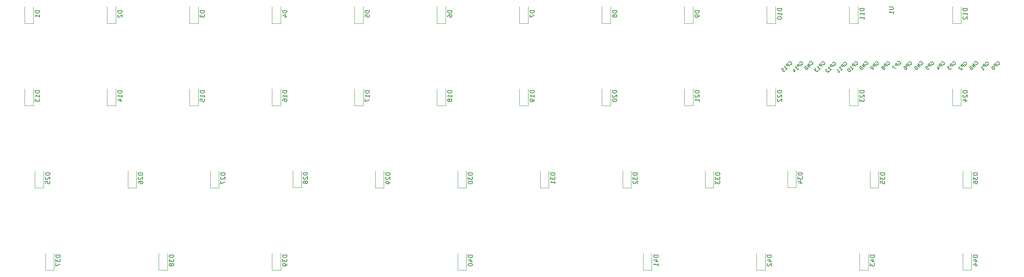
<source format=gbr>
%TF.GenerationSoftware,KiCad,Pcbnew,7.0.9*%
%TF.CreationDate,2024-02-13T22:10:24+01:00*%
%TF.ProjectId,bratski_keyboard,62726174-736b-4695-9f6b-6579626f6172,rev?*%
%TF.SameCoordinates,Original*%
%TF.FileFunction,Legend,Bot*%
%TF.FilePolarity,Positive*%
%FSLAX46Y46*%
G04 Gerber Fmt 4.6, Leading zero omitted, Abs format (unit mm)*
G04 Created by KiCad (PCBNEW 7.0.9) date 2024-02-13 22:10:24*
%MOMM*%
%LPD*%
G01*
G04 APERTURE LIST*
%ADD10C,0.150000*%
%ADD11C,0.120000*%
G04 APERTURE END LIST*
D10*
X217402319Y-52919464D02*
X216402319Y-52919464D01*
X216402319Y-52919464D02*
X216402319Y-53157559D01*
X216402319Y-53157559D02*
X216449938Y-53300416D01*
X216449938Y-53300416D02*
X216545176Y-53395654D01*
X216545176Y-53395654D02*
X216640414Y-53443273D01*
X216640414Y-53443273D02*
X216830890Y-53490892D01*
X216830890Y-53490892D02*
X216973747Y-53490892D01*
X216973747Y-53490892D02*
X217164223Y-53443273D01*
X217164223Y-53443273D02*
X217259461Y-53395654D01*
X217259461Y-53395654D02*
X217354700Y-53300416D01*
X217354700Y-53300416D02*
X217402319Y-53157559D01*
X217402319Y-53157559D02*
X217402319Y-52919464D01*
X217402319Y-54443273D02*
X217402319Y-53871845D01*
X217402319Y-54157559D02*
X216402319Y-54157559D01*
X216402319Y-54157559D02*
X216545176Y-54062321D01*
X216545176Y-54062321D02*
X216640414Y-53967083D01*
X216640414Y-53967083D02*
X216688033Y-53871845D01*
X216402319Y-55062321D02*
X216402319Y-55157559D01*
X216402319Y-55157559D02*
X216449938Y-55252797D01*
X216449938Y-55252797D02*
X216497557Y-55300416D01*
X216497557Y-55300416D02*
X216592795Y-55348035D01*
X216592795Y-55348035D02*
X216783271Y-55395654D01*
X216783271Y-55395654D02*
X217021366Y-55395654D01*
X217021366Y-55395654D02*
X217211842Y-55348035D01*
X217211842Y-55348035D02*
X217307080Y-55300416D01*
X217307080Y-55300416D02*
X217354700Y-55252797D01*
X217354700Y-55252797D02*
X217402319Y-55157559D01*
X217402319Y-55157559D02*
X217402319Y-55062321D01*
X217402319Y-55062321D02*
X217354700Y-54967083D01*
X217354700Y-54967083D02*
X217307080Y-54919464D01*
X217307080Y-54919464D02*
X217211842Y-54871845D01*
X217211842Y-54871845D02*
X217021366Y-54824226D01*
X217021366Y-54824226D02*
X216783271Y-54824226D01*
X216783271Y-54824226D02*
X216592795Y-54871845D01*
X216592795Y-54871845D02*
X216497557Y-54919464D01*
X216497557Y-54919464D02*
X216449938Y-54967083D01*
X216449938Y-54967083D02*
X216402319Y-55062321D01*
X103102319Y-71969464D02*
X102102319Y-71969464D01*
X102102319Y-71969464D02*
X102102319Y-72207559D01*
X102102319Y-72207559D02*
X102149938Y-72350416D01*
X102149938Y-72350416D02*
X102245176Y-72445654D01*
X102245176Y-72445654D02*
X102340414Y-72493273D01*
X102340414Y-72493273D02*
X102530890Y-72540892D01*
X102530890Y-72540892D02*
X102673747Y-72540892D01*
X102673747Y-72540892D02*
X102864223Y-72493273D01*
X102864223Y-72493273D02*
X102959461Y-72445654D01*
X102959461Y-72445654D02*
X103054700Y-72350416D01*
X103054700Y-72350416D02*
X103102319Y-72207559D01*
X103102319Y-72207559D02*
X103102319Y-71969464D01*
X103102319Y-73493273D02*
X103102319Y-72921845D01*
X103102319Y-73207559D02*
X102102319Y-73207559D01*
X102102319Y-73207559D02*
X102245176Y-73112321D01*
X102245176Y-73112321D02*
X102340414Y-73017083D01*
X102340414Y-73017083D02*
X102388033Y-72921845D01*
X102102319Y-74350416D02*
X102102319Y-74159940D01*
X102102319Y-74159940D02*
X102149938Y-74064702D01*
X102149938Y-74064702D02*
X102197557Y-74017083D01*
X102197557Y-74017083D02*
X102340414Y-73921845D01*
X102340414Y-73921845D02*
X102530890Y-73874226D01*
X102530890Y-73874226D02*
X102911842Y-73874226D01*
X102911842Y-73874226D02*
X103007080Y-73921845D01*
X103007080Y-73921845D02*
X103054700Y-73969464D01*
X103054700Y-73969464D02*
X103102319Y-74064702D01*
X103102319Y-74064702D02*
X103102319Y-74255178D01*
X103102319Y-74255178D02*
X103054700Y-74350416D01*
X103054700Y-74350416D02*
X103007080Y-74398035D01*
X103007080Y-74398035D02*
X102911842Y-74445654D01*
X102911842Y-74445654D02*
X102673747Y-74445654D01*
X102673747Y-74445654D02*
X102578509Y-74398035D01*
X102578509Y-74398035D02*
X102530890Y-74350416D01*
X102530890Y-74350416D02*
X102483271Y-74255178D01*
X102483271Y-74255178D02*
X102483271Y-74064702D01*
X102483271Y-74064702D02*
X102530890Y-73969464D01*
X102530890Y-73969464D02*
X102578509Y-73921845D01*
X102578509Y-73921845D02*
X102673747Y-73874226D01*
X160252319Y-71969464D02*
X159252319Y-71969464D01*
X159252319Y-71969464D02*
X159252319Y-72207559D01*
X159252319Y-72207559D02*
X159299938Y-72350416D01*
X159299938Y-72350416D02*
X159395176Y-72445654D01*
X159395176Y-72445654D02*
X159490414Y-72493273D01*
X159490414Y-72493273D02*
X159680890Y-72540892D01*
X159680890Y-72540892D02*
X159823747Y-72540892D01*
X159823747Y-72540892D02*
X160014223Y-72493273D01*
X160014223Y-72493273D02*
X160109461Y-72445654D01*
X160109461Y-72445654D02*
X160204700Y-72350416D01*
X160204700Y-72350416D02*
X160252319Y-72207559D01*
X160252319Y-72207559D02*
X160252319Y-71969464D01*
X160252319Y-73493273D02*
X160252319Y-72921845D01*
X160252319Y-73207559D02*
X159252319Y-73207559D01*
X159252319Y-73207559D02*
X159395176Y-73112321D01*
X159395176Y-73112321D02*
X159490414Y-73017083D01*
X159490414Y-73017083D02*
X159538033Y-72921845D01*
X160252319Y-73969464D02*
X160252319Y-74159940D01*
X160252319Y-74159940D02*
X160204700Y-74255178D01*
X160204700Y-74255178D02*
X160157080Y-74302797D01*
X160157080Y-74302797D02*
X160014223Y-74398035D01*
X160014223Y-74398035D02*
X159823747Y-74445654D01*
X159823747Y-74445654D02*
X159442795Y-74445654D01*
X159442795Y-74445654D02*
X159347557Y-74398035D01*
X159347557Y-74398035D02*
X159299938Y-74350416D01*
X159299938Y-74350416D02*
X159252319Y-74255178D01*
X159252319Y-74255178D02*
X159252319Y-74064702D01*
X159252319Y-74064702D02*
X159299938Y-73969464D01*
X159299938Y-73969464D02*
X159347557Y-73921845D01*
X159347557Y-73921845D02*
X159442795Y-73874226D01*
X159442795Y-73874226D02*
X159680890Y-73874226D01*
X159680890Y-73874226D02*
X159776128Y-73921845D01*
X159776128Y-73921845D02*
X159823747Y-73969464D01*
X159823747Y-73969464D02*
X159871366Y-74064702D01*
X159871366Y-74064702D02*
X159871366Y-74255178D01*
X159871366Y-74255178D02*
X159823747Y-74350416D01*
X159823747Y-74350416D02*
X159776128Y-74398035D01*
X159776128Y-74398035D02*
X159680890Y-74445654D01*
X160252319Y-53395655D02*
X159252319Y-53395655D01*
X159252319Y-53395655D02*
X159252319Y-53633750D01*
X159252319Y-53633750D02*
X159299938Y-53776607D01*
X159299938Y-53776607D02*
X159395176Y-53871845D01*
X159395176Y-53871845D02*
X159490414Y-53919464D01*
X159490414Y-53919464D02*
X159680890Y-53967083D01*
X159680890Y-53967083D02*
X159823747Y-53967083D01*
X159823747Y-53967083D02*
X160014223Y-53919464D01*
X160014223Y-53919464D02*
X160109461Y-53871845D01*
X160109461Y-53871845D02*
X160204700Y-53776607D01*
X160204700Y-53776607D02*
X160252319Y-53633750D01*
X160252319Y-53633750D02*
X160252319Y-53395655D01*
X159252319Y-54300417D02*
X159252319Y-54967083D01*
X159252319Y-54967083D02*
X160252319Y-54538512D01*
X222164819Y-90956964D02*
X221164819Y-90956964D01*
X221164819Y-90956964D02*
X221164819Y-91195059D01*
X221164819Y-91195059D02*
X221212438Y-91337916D01*
X221212438Y-91337916D02*
X221307676Y-91433154D01*
X221307676Y-91433154D02*
X221402914Y-91480773D01*
X221402914Y-91480773D02*
X221593390Y-91528392D01*
X221593390Y-91528392D02*
X221736247Y-91528392D01*
X221736247Y-91528392D02*
X221926723Y-91480773D01*
X221926723Y-91480773D02*
X222021961Y-91433154D01*
X222021961Y-91433154D02*
X222117200Y-91337916D01*
X222117200Y-91337916D02*
X222164819Y-91195059D01*
X222164819Y-91195059D02*
X222164819Y-90956964D01*
X221164819Y-91861726D02*
X221164819Y-92480773D01*
X221164819Y-92480773D02*
X221545771Y-92147440D01*
X221545771Y-92147440D02*
X221545771Y-92290297D01*
X221545771Y-92290297D02*
X221593390Y-92385535D01*
X221593390Y-92385535D02*
X221641009Y-92433154D01*
X221641009Y-92433154D02*
X221736247Y-92480773D01*
X221736247Y-92480773D02*
X221974342Y-92480773D01*
X221974342Y-92480773D02*
X222069580Y-92433154D01*
X222069580Y-92433154D02*
X222117200Y-92385535D01*
X222117200Y-92385535D02*
X222164819Y-92290297D01*
X222164819Y-92290297D02*
X222164819Y-92004583D01*
X222164819Y-92004583D02*
X222117200Y-91909345D01*
X222117200Y-91909345D02*
X222069580Y-91861726D01*
X221498152Y-93337916D02*
X222164819Y-93337916D01*
X221117200Y-93099821D02*
X221831485Y-92861726D01*
X221831485Y-92861726D02*
X221831485Y-93480773D01*
X45952319Y-53395655D02*
X44952319Y-53395655D01*
X44952319Y-53395655D02*
X44952319Y-53633750D01*
X44952319Y-53633750D02*
X44999938Y-53776607D01*
X44999938Y-53776607D02*
X45095176Y-53871845D01*
X45095176Y-53871845D02*
X45190414Y-53919464D01*
X45190414Y-53919464D02*
X45380890Y-53967083D01*
X45380890Y-53967083D02*
X45523747Y-53967083D01*
X45523747Y-53967083D02*
X45714223Y-53919464D01*
X45714223Y-53919464D02*
X45809461Y-53871845D01*
X45809461Y-53871845D02*
X45904700Y-53776607D01*
X45904700Y-53776607D02*
X45952319Y-53633750D01*
X45952319Y-53633750D02*
X45952319Y-53395655D01*
X45952319Y-54919464D02*
X45952319Y-54348036D01*
X45952319Y-54633750D02*
X44952319Y-54633750D01*
X44952319Y-54633750D02*
X45095176Y-54538512D01*
X45095176Y-54538512D02*
X45190414Y-54443274D01*
X45190414Y-54443274D02*
X45238033Y-54348036D01*
X238833569Y-110069464D02*
X237833569Y-110069464D01*
X237833569Y-110069464D02*
X237833569Y-110307559D01*
X237833569Y-110307559D02*
X237881188Y-110450416D01*
X237881188Y-110450416D02*
X237976426Y-110545654D01*
X237976426Y-110545654D02*
X238071664Y-110593273D01*
X238071664Y-110593273D02*
X238262140Y-110640892D01*
X238262140Y-110640892D02*
X238404997Y-110640892D01*
X238404997Y-110640892D02*
X238595473Y-110593273D01*
X238595473Y-110593273D02*
X238690711Y-110545654D01*
X238690711Y-110545654D02*
X238785950Y-110450416D01*
X238785950Y-110450416D02*
X238833569Y-110307559D01*
X238833569Y-110307559D02*
X238833569Y-110069464D01*
X238166902Y-111498035D02*
X238833569Y-111498035D01*
X237785950Y-111259940D02*
X238500235Y-111021845D01*
X238500235Y-111021845D02*
X238500235Y-111640892D01*
X237833569Y-111926607D02*
X237833569Y-112545654D01*
X237833569Y-112545654D02*
X238214521Y-112212321D01*
X238214521Y-112212321D02*
X238214521Y-112355178D01*
X238214521Y-112355178D02*
X238262140Y-112450416D01*
X238262140Y-112450416D02*
X238309759Y-112498035D01*
X238309759Y-112498035D02*
X238404997Y-112545654D01*
X238404997Y-112545654D02*
X238643092Y-112545654D01*
X238643092Y-112545654D02*
X238738330Y-112498035D01*
X238738330Y-112498035D02*
X238785950Y-112450416D01*
X238785950Y-112450416D02*
X238833569Y-112355178D01*
X238833569Y-112355178D02*
X238833569Y-112069464D01*
X238833569Y-112069464D02*
X238785950Y-111974226D01*
X238785950Y-111974226D02*
X238738330Y-111926607D01*
X260264819Y-71969464D02*
X259264819Y-71969464D01*
X259264819Y-71969464D02*
X259264819Y-72207559D01*
X259264819Y-72207559D02*
X259312438Y-72350416D01*
X259312438Y-72350416D02*
X259407676Y-72445654D01*
X259407676Y-72445654D02*
X259502914Y-72493273D01*
X259502914Y-72493273D02*
X259693390Y-72540892D01*
X259693390Y-72540892D02*
X259836247Y-72540892D01*
X259836247Y-72540892D02*
X260026723Y-72493273D01*
X260026723Y-72493273D02*
X260121961Y-72445654D01*
X260121961Y-72445654D02*
X260217200Y-72350416D01*
X260217200Y-72350416D02*
X260264819Y-72207559D01*
X260264819Y-72207559D02*
X260264819Y-71969464D01*
X259360057Y-72921845D02*
X259312438Y-72969464D01*
X259312438Y-72969464D02*
X259264819Y-73064702D01*
X259264819Y-73064702D02*
X259264819Y-73302797D01*
X259264819Y-73302797D02*
X259312438Y-73398035D01*
X259312438Y-73398035D02*
X259360057Y-73445654D01*
X259360057Y-73445654D02*
X259455295Y-73493273D01*
X259455295Y-73493273D02*
X259550533Y-73493273D01*
X259550533Y-73493273D02*
X259693390Y-73445654D01*
X259693390Y-73445654D02*
X260264819Y-72874226D01*
X260264819Y-72874226D02*
X260264819Y-73493273D01*
X259598152Y-74350416D02*
X260264819Y-74350416D01*
X259217200Y-74112321D02*
X259931485Y-73874226D01*
X259931485Y-73874226D02*
X259931485Y-74493273D01*
X145964819Y-110069464D02*
X144964819Y-110069464D01*
X144964819Y-110069464D02*
X144964819Y-110307559D01*
X144964819Y-110307559D02*
X145012438Y-110450416D01*
X145012438Y-110450416D02*
X145107676Y-110545654D01*
X145107676Y-110545654D02*
X145202914Y-110593273D01*
X145202914Y-110593273D02*
X145393390Y-110640892D01*
X145393390Y-110640892D02*
X145536247Y-110640892D01*
X145536247Y-110640892D02*
X145726723Y-110593273D01*
X145726723Y-110593273D02*
X145821961Y-110545654D01*
X145821961Y-110545654D02*
X145917200Y-110450416D01*
X145917200Y-110450416D02*
X145964819Y-110307559D01*
X145964819Y-110307559D02*
X145964819Y-110069464D01*
X145298152Y-111498035D02*
X145964819Y-111498035D01*
X144917200Y-111259940D02*
X145631485Y-111021845D01*
X145631485Y-111021845D02*
X145631485Y-111640892D01*
X144964819Y-112212321D02*
X144964819Y-112307559D01*
X144964819Y-112307559D02*
X145012438Y-112402797D01*
X145012438Y-112402797D02*
X145060057Y-112450416D01*
X145060057Y-112450416D02*
X145155295Y-112498035D01*
X145155295Y-112498035D02*
X145345771Y-112545654D01*
X145345771Y-112545654D02*
X145583866Y-112545654D01*
X145583866Y-112545654D02*
X145774342Y-112498035D01*
X145774342Y-112498035D02*
X145869580Y-112450416D01*
X145869580Y-112450416D02*
X145917200Y-112402797D01*
X145917200Y-112402797D02*
X145964819Y-112307559D01*
X145964819Y-112307559D02*
X145964819Y-112212321D01*
X145964819Y-112212321D02*
X145917200Y-112117083D01*
X145917200Y-112117083D02*
X145869580Y-112069464D01*
X145869580Y-112069464D02*
X145774342Y-112021845D01*
X145774342Y-112021845D02*
X145583866Y-111974226D01*
X145583866Y-111974226D02*
X145345771Y-111974226D01*
X145345771Y-111974226D02*
X145155295Y-112021845D01*
X145155295Y-112021845D02*
X145060057Y-112069464D01*
X145060057Y-112069464D02*
X145012438Y-112117083D01*
X145012438Y-112117083D02*
X144964819Y-112212321D01*
X165014819Y-91019464D02*
X164014819Y-91019464D01*
X164014819Y-91019464D02*
X164014819Y-91257559D01*
X164014819Y-91257559D02*
X164062438Y-91400416D01*
X164062438Y-91400416D02*
X164157676Y-91495654D01*
X164157676Y-91495654D02*
X164252914Y-91543273D01*
X164252914Y-91543273D02*
X164443390Y-91590892D01*
X164443390Y-91590892D02*
X164586247Y-91590892D01*
X164586247Y-91590892D02*
X164776723Y-91543273D01*
X164776723Y-91543273D02*
X164871961Y-91495654D01*
X164871961Y-91495654D02*
X164967200Y-91400416D01*
X164967200Y-91400416D02*
X165014819Y-91257559D01*
X165014819Y-91257559D02*
X165014819Y-91019464D01*
X164014819Y-91924226D02*
X164014819Y-92543273D01*
X164014819Y-92543273D02*
X164395771Y-92209940D01*
X164395771Y-92209940D02*
X164395771Y-92352797D01*
X164395771Y-92352797D02*
X164443390Y-92448035D01*
X164443390Y-92448035D02*
X164491009Y-92495654D01*
X164491009Y-92495654D02*
X164586247Y-92543273D01*
X164586247Y-92543273D02*
X164824342Y-92543273D01*
X164824342Y-92543273D02*
X164919580Y-92495654D01*
X164919580Y-92495654D02*
X164967200Y-92448035D01*
X164967200Y-92448035D02*
X165014819Y-92352797D01*
X165014819Y-92352797D02*
X165014819Y-92067083D01*
X165014819Y-92067083D02*
X164967200Y-91971845D01*
X164967200Y-91971845D02*
X164919580Y-91924226D01*
X165014819Y-93495654D02*
X165014819Y-92924226D01*
X165014819Y-93209940D02*
X164014819Y-93209940D01*
X164014819Y-93209940D02*
X164157676Y-93114702D01*
X164157676Y-93114702D02*
X164252914Y-93019464D01*
X164252914Y-93019464D02*
X164300533Y-92924226D01*
X217402319Y-71969464D02*
X216402319Y-71969464D01*
X216402319Y-71969464D02*
X216402319Y-72207559D01*
X216402319Y-72207559D02*
X216449938Y-72350416D01*
X216449938Y-72350416D02*
X216545176Y-72445654D01*
X216545176Y-72445654D02*
X216640414Y-72493273D01*
X216640414Y-72493273D02*
X216830890Y-72540892D01*
X216830890Y-72540892D02*
X216973747Y-72540892D01*
X216973747Y-72540892D02*
X217164223Y-72493273D01*
X217164223Y-72493273D02*
X217259461Y-72445654D01*
X217259461Y-72445654D02*
X217354700Y-72350416D01*
X217354700Y-72350416D02*
X217402319Y-72207559D01*
X217402319Y-72207559D02*
X217402319Y-71969464D01*
X216497557Y-72921845D02*
X216449938Y-72969464D01*
X216449938Y-72969464D02*
X216402319Y-73064702D01*
X216402319Y-73064702D02*
X216402319Y-73302797D01*
X216402319Y-73302797D02*
X216449938Y-73398035D01*
X216449938Y-73398035D02*
X216497557Y-73445654D01*
X216497557Y-73445654D02*
X216592795Y-73493273D01*
X216592795Y-73493273D02*
X216688033Y-73493273D01*
X216688033Y-73493273D02*
X216830890Y-73445654D01*
X216830890Y-73445654D02*
X217402319Y-72874226D01*
X217402319Y-72874226D02*
X217402319Y-73493273D01*
X216497557Y-73874226D02*
X216449938Y-73921845D01*
X216449938Y-73921845D02*
X216402319Y-74017083D01*
X216402319Y-74017083D02*
X216402319Y-74255178D01*
X216402319Y-74255178D02*
X216449938Y-74350416D01*
X216449938Y-74350416D02*
X216497557Y-74398035D01*
X216497557Y-74398035D02*
X216592795Y-74445654D01*
X216592795Y-74445654D02*
X216688033Y-74445654D01*
X216688033Y-74445654D02*
X216830890Y-74398035D01*
X216830890Y-74398035D02*
X217402319Y-73826607D01*
X217402319Y-73826607D02*
X217402319Y-74445654D01*
X65002319Y-53395655D02*
X64002319Y-53395655D01*
X64002319Y-53395655D02*
X64002319Y-53633750D01*
X64002319Y-53633750D02*
X64049938Y-53776607D01*
X64049938Y-53776607D02*
X64145176Y-53871845D01*
X64145176Y-53871845D02*
X64240414Y-53919464D01*
X64240414Y-53919464D02*
X64430890Y-53967083D01*
X64430890Y-53967083D02*
X64573747Y-53967083D01*
X64573747Y-53967083D02*
X64764223Y-53919464D01*
X64764223Y-53919464D02*
X64859461Y-53871845D01*
X64859461Y-53871845D02*
X64954700Y-53776607D01*
X64954700Y-53776607D02*
X65002319Y-53633750D01*
X65002319Y-53633750D02*
X65002319Y-53395655D01*
X64097557Y-54348036D02*
X64049938Y-54395655D01*
X64049938Y-54395655D02*
X64002319Y-54490893D01*
X64002319Y-54490893D02*
X64002319Y-54728988D01*
X64002319Y-54728988D02*
X64049938Y-54824226D01*
X64049938Y-54824226D02*
X64097557Y-54871845D01*
X64097557Y-54871845D02*
X64192795Y-54919464D01*
X64192795Y-54919464D02*
X64288033Y-54919464D01*
X64288033Y-54919464D02*
X64430890Y-54871845D01*
X64430890Y-54871845D02*
X65002319Y-54300417D01*
X65002319Y-54300417D02*
X65002319Y-54919464D01*
X88814819Y-91019464D02*
X87814819Y-91019464D01*
X87814819Y-91019464D02*
X87814819Y-91257559D01*
X87814819Y-91257559D02*
X87862438Y-91400416D01*
X87862438Y-91400416D02*
X87957676Y-91495654D01*
X87957676Y-91495654D02*
X88052914Y-91543273D01*
X88052914Y-91543273D02*
X88243390Y-91590892D01*
X88243390Y-91590892D02*
X88386247Y-91590892D01*
X88386247Y-91590892D02*
X88576723Y-91543273D01*
X88576723Y-91543273D02*
X88671961Y-91495654D01*
X88671961Y-91495654D02*
X88767200Y-91400416D01*
X88767200Y-91400416D02*
X88814819Y-91257559D01*
X88814819Y-91257559D02*
X88814819Y-91019464D01*
X87910057Y-91971845D02*
X87862438Y-92019464D01*
X87862438Y-92019464D02*
X87814819Y-92114702D01*
X87814819Y-92114702D02*
X87814819Y-92352797D01*
X87814819Y-92352797D02*
X87862438Y-92448035D01*
X87862438Y-92448035D02*
X87910057Y-92495654D01*
X87910057Y-92495654D02*
X88005295Y-92543273D01*
X88005295Y-92543273D02*
X88100533Y-92543273D01*
X88100533Y-92543273D02*
X88243390Y-92495654D01*
X88243390Y-92495654D02*
X88814819Y-91924226D01*
X88814819Y-91924226D02*
X88814819Y-92543273D01*
X87814819Y-92876607D02*
X87814819Y-93543273D01*
X87814819Y-93543273D02*
X88814819Y-93114702D01*
X84052319Y-53395655D02*
X83052319Y-53395655D01*
X83052319Y-53395655D02*
X83052319Y-53633750D01*
X83052319Y-53633750D02*
X83099938Y-53776607D01*
X83099938Y-53776607D02*
X83195176Y-53871845D01*
X83195176Y-53871845D02*
X83290414Y-53919464D01*
X83290414Y-53919464D02*
X83480890Y-53967083D01*
X83480890Y-53967083D02*
X83623747Y-53967083D01*
X83623747Y-53967083D02*
X83814223Y-53919464D01*
X83814223Y-53919464D02*
X83909461Y-53871845D01*
X83909461Y-53871845D02*
X84004700Y-53776607D01*
X84004700Y-53776607D02*
X84052319Y-53633750D01*
X84052319Y-53633750D02*
X84052319Y-53395655D01*
X83052319Y-54300417D02*
X83052319Y-54919464D01*
X83052319Y-54919464D02*
X83433271Y-54586131D01*
X83433271Y-54586131D02*
X83433271Y-54728988D01*
X83433271Y-54728988D02*
X83480890Y-54824226D01*
X83480890Y-54824226D02*
X83528509Y-54871845D01*
X83528509Y-54871845D02*
X83623747Y-54919464D01*
X83623747Y-54919464D02*
X83861842Y-54919464D01*
X83861842Y-54919464D02*
X83957080Y-54871845D01*
X83957080Y-54871845D02*
X84004700Y-54824226D01*
X84004700Y-54824226D02*
X84052319Y-54728988D01*
X84052319Y-54728988D02*
X84052319Y-54443274D01*
X84052319Y-54443274D02*
X84004700Y-54348036D01*
X84004700Y-54348036D02*
X83957080Y-54300417D01*
X126914819Y-91019464D02*
X125914819Y-91019464D01*
X125914819Y-91019464D02*
X125914819Y-91257559D01*
X125914819Y-91257559D02*
X125962438Y-91400416D01*
X125962438Y-91400416D02*
X126057676Y-91495654D01*
X126057676Y-91495654D02*
X126152914Y-91543273D01*
X126152914Y-91543273D02*
X126343390Y-91590892D01*
X126343390Y-91590892D02*
X126486247Y-91590892D01*
X126486247Y-91590892D02*
X126676723Y-91543273D01*
X126676723Y-91543273D02*
X126771961Y-91495654D01*
X126771961Y-91495654D02*
X126867200Y-91400416D01*
X126867200Y-91400416D02*
X126914819Y-91257559D01*
X126914819Y-91257559D02*
X126914819Y-91019464D01*
X126010057Y-91971845D02*
X125962438Y-92019464D01*
X125962438Y-92019464D02*
X125914819Y-92114702D01*
X125914819Y-92114702D02*
X125914819Y-92352797D01*
X125914819Y-92352797D02*
X125962438Y-92448035D01*
X125962438Y-92448035D02*
X126010057Y-92495654D01*
X126010057Y-92495654D02*
X126105295Y-92543273D01*
X126105295Y-92543273D02*
X126200533Y-92543273D01*
X126200533Y-92543273D02*
X126343390Y-92495654D01*
X126343390Y-92495654D02*
X126914819Y-91924226D01*
X126914819Y-91924226D02*
X126914819Y-92543273D01*
X126914819Y-93019464D02*
X126914819Y-93209940D01*
X126914819Y-93209940D02*
X126867200Y-93305178D01*
X126867200Y-93305178D02*
X126819580Y-93352797D01*
X126819580Y-93352797D02*
X126676723Y-93448035D01*
X126676723Y-93448035D02*
X126486247Y-93495654D01*
X126486247Y-93495654D02*
X126105295Y-93495654D01*
X126105295Y-93495654D02*
X126010057Y-93448035D01*
X126010057Y-93448035D02*
X125962438Y-93400416D01*
X125962438Y-93400416D02*
X125914819Y-93305178D01*
X125914819Y-93305178D02*
X125914819Y-93114702D01*
X125914819Y-93114702D02*
X125962438Y-93019464D01*
X125962438Y-93019464D02*
X126010057Y-92971845D01*
X126010057Y-92971845D02*
X126105295Y-92924226D01*
X126105295Y-92924226D02*
X126343390Y-92924226D01*
X126343390Y-92924226D02*
X126438628Y-92971845D01*
X126438628Y-92971845D02*
X126486247Y-93019464D01*
X126486247Y-93019464D02*
X126533866Y-93114702D01*
X126533866Y-93114702D02*
X126533866Y-93305178D01*
X126533866Y-93305178D02*
X126486247Y-93400416D01*
X126486247Y-93400416D02*
X126438628Y-93448035D01*
X126438628Y-93448035D02*
X126343390Y-93495654D01*
X262646069Y-110069464D02*
X261646069Y-110069464D01*
X261646069Y-110069464D02*
X261646069Y-110307559D01*
X261646069Y-110307559D02*
X261693688Y-110450416D01*
X261693688Y-110450416D02*
X261788926Y-110545654D01*
X261788926Y-110545654D02*
X261884164Y-110593273D01*
X261884164Y-110593273D02*
X262074640Y-110640892D01*
X262074640Y-110640892D02*
X262217497Y-110640892D01*
X262217497Y-110640892D02*
X262407973Y-110593273D01*
X262407973Y-110593273D02*
X262503211Y-110545654D01*
X262503211Y-110545654D02*
X262598450Y-110450416D01*
X262598450Y-110450416D02*
X262646069Y-110307559D01*
X262646069Y-110307559D02*
X262646069Y-110069464D01*
X261979402Y-111498035D02*
X262646069Y-111498035D01*
X261598450Y-111259940D02*
X262312735Y-111021845D01*
X262312735Y-111021845D02*
X262312735Y-111640892D01*
X261979402Y-112450416D02*
X262646069Y-112450416D01*
X261598450Y-112212321D02*
X262312735Y-111974226D01*
X262312735Y-111974226D02*
X262312735Y-112593273D01*
X260264819Y-52919464D02*
X259264819Y-52919464D01*
X259264819Y-52919464D02*
X259264819Y-53157559D01*
X259264819Y-53157559D02*
X259312438Y-53300416D01*
X259312438Y-53300416D02*
X259407676Y-53395654D01*
X259407676Y-53395654D02*
X259502914Y-53443273D01*
X259502914Y-53443273D02*
X259693390Y-53490892D01*
X259693390Y-53490892D02*
X259836247Y-53490892D01*
X259836247Y-53490892D02*
X260026723Y-53443273D01*
X260026723Y-53443273D02*
X260121961Y-53395654D01*
X260121961Y-53395654D02*
X260217200Y-53300416D01*
X260217200Y-53300416D02*
X260264819Y-53157559D01*
X260264819Y-53157559D02*
X260264819Y-52919464D01*
X260264819Y-54443273D02*
X260264819Y-53871845D01*
X260264819Y-54157559D02*
X259264819Y-54157559D01*
X259264819Y-54157559D02*
X259407676Y-54062321D01*
X259407676Y-54062321D02*
X259502914Y-53967083D01*
X259502914Y-53967083D02*
X259550533Y-53871845D01*
X259360057Y-54824226D02*
X259312438Y-54871845D01*
X259312438Y-54871845D02*
X259264819Y-54967083D01*
X259264819Y-54967083D02*
X259264819Y-55205178D01*
X259264819Y-55205178D02*
X259312438Y-55300416D01*
X259312438Y-55300416D02*
X259360057Y-55348035D01*
X259360057Y-55348035D02*
X259455295Y-55395654D01*
X259455295Y-55395654D02*
X259550533Y-55395654D01*
X259550533Y-55395654D02*
X259693390Y-55348035D01*
X259693390Y-55348035D02*
X260264819Y-54776607D01*
X260264819Y-54776607D02*
X260264819Y-55395654D01*
X65002319Y-71969464D02*
X64002319Y-71969464D01*
X64002319Y-71969464D02*
X64002319Y-72207559D01*
X64002319Y-72207559D02*
X64049938Y-72350416D01*
X64049938Y-72350416D02*
X64145176Y-72445654D01*
X64145176Y-72445654D02*
X64240414Y-72493273D01*
X64240414Y-72493273D02*
X64430890Y-72540892D01*
X64430890Y-72540892D02*
X64573747Y-72540892D01*
X64573747Y-72540892D02*
X64764223Y-72493273D01*
X64764223Y-72493273D02*
X64859461Y-72445654D01*
X64859461Y-72445654D02*
X64954700Y-72350416D01*
X64954700Y-72350416D02*
X65002319Y-72207559D01*
X65002319Y-72207559D02*
X65002319Y-71969464D01*
X65002319Y-73493273D02*
X65002319Y-72921845D01*
X65002319Y-73207559D02*
X64002319Y-73207559D01*
X64002319Y-73207559D02*
X64145176Y-73112321D01*
X64145176Y-73112321D02*
X64240414Y-73017083D01*
X64240414Y-73017083D02*
X64288033Y-72921845D01*
X64335652Y-74350416D02*
X65002319Y-74350416D01*
X63954700Y-74112321D02*
X64668985Y-73874226D01*
X64668985Y-73874226D02*
X64668985Y-74493273D01*
X145964819Y-91019464D02*
X144964819Y-91019464D01*
X144964819Y-91019464D02*
X144964819Y-91257559D01*
X144964819Y-91257559D02*
X145012438Y-91400416D01*
X145012438Y-91400416D02*
X145107676Y-91495654D01*
X145107676Y-91495654D02*
X145202914Y-91543273D01*
X145202914Y-91543273D02*
X145393390Y-91590892D01*
X145393390Y-91590892D02*
X145536247Y-91590892D01*
X145536247Y-91590892D02*
X145726723Y-91543273D01*
X145726723Y-91543273D02*
X145821961Y-91495654D01*
X145821961Y-91495654D02*
X145917200Y-91400416D01*
X145917200Y-91400416D02*
X145964819Y-91257559D01*
X145964819Y-91257559D02*
X145964819Y-91019464D01*
X144964819Y-91924226D02*
X144964819Y-92543273D01*
X144964819Y-92543273D02*
X145345771Y-92209940D01*
X145345771Y-92209940D02*
X145345771Y-92352797D01*
X145345771Y-92352797D02*
X145393390Y-92448035D01*
X145393390Y-92448035D02*
X145441009Y-92495654D01*
X145441009Y-92495654D02*
X145536247Y-92543273D01*
X145536247Y-92543273D02*
X145774342Y-92543273D01*
X145774342Y-92543273D02*
X145869580Y-92495654D01*
X145869580Y-92495654D02*
X145917200Y-92448035D01*
X145917200Y-92448035D02*
X145964819Y-92352797D01*
X145964819Y-92352797D02*
X145964819Y-92067083D01*
X145964819Y-92067083D02*
X145917200Y-91971845D01*
X145917200Y-91971845D02*
X145869580Y-91924226D01*
X144964819Y-93162321D02*
X144964819Y-93257559D01*
X144964819Y-93257559D02*
X145012438Y-93352797D01*
X145012438Y-93352797D02*
X145060057Y-93400416D01*
X145060057Y-93400416D02*
X145155295Y-93448035D01*
X145155295Y-93448035D02*
X145345771Y-93495654D01*
X145345771Y-93495654D02*
X145583866Y-93495654D01*
X145583866Y-93495654D02*
X145774342Y-93448035D01*
X145774342Y-93448035D02*
X145869580Y-93400416D01*
X145869580Y-93400416D02*
X145917200Y-93352797D01*
X145917200Y-93352797D02*
X145964819Y-93257559D01*
X145964819Y-93257559D02*
X145964819Y-93162321D01*
X145964819Y-93162321D02*
X145917200Y-93067083D01*
X145917200Y-93067083D02*
X145869580Y-93019464D01*
X145869580Y-93019464D02*
X145774342Y-92971845D01*
X145774342Y-92971845D02*
X145583866Y-92924226D01*
X145583866Y-92924226D02*
X145345771Y-92924226D01*
X145345771Y-92924226D02*
X145155295Y-92971845D01*
X145155295Y-92971845D02*
X145060057Y-93019464D01*
X145060057Y-93019464D02*
X145012438Y-93067083D01*
X145012438Y-93067083D02*
X144964819Y-93162321D01*
X179302319Y-53395655D02*
X178302319Y-53395655D01*
X178302319Y-53395655D02*
X178302319Y-53633750D01*
X178302319Y-53633750D02*
X178349938Y-53776607D01*
X178349938Y-53776607D02*
X178445176Y-53871845D01*
X178445176Y-53871845D02*
X178540414Y-53919464D01*
X178540414Y-53919464D02*
X178730890Y-53967083D01*
X178730890Y-53967083D02*
X178873747Y-53967083D01*
X178873747Y-53967083D02*
X179064223Y-53919464D01*
X179064223Y-53919464D02*
X179159461Y-53871845D01*
X179159461Y-53871845D02*
X179254700Y-53776607D01*
X179254700Y-53776607D02*
X179302319Y-53633750D01*
X179302319Y-53633750D02*
X179302319Y-53395655D01*
X178730890Y-54538512D02*
X178683271Y-54443274D01*
X178683271Y-54443274D02*
X178635652Y-54395655D01*
X178635652Y-54395655D02*
X178540414Y-54348036D01*
X178540414Y-54348036D02*
X178492795Y-54348036D01*
X178492795Y-54348036D02*
X178397557Y-54395655D01*
X178397557Y-54395655D02*
X178349938Y-54443274D01*
X178349938Y-54443274D02*
X178302319Y-54538512D01*
X178302319Y-54538512D02*
X178302319Y-54728988D01*
X178302319Y-54728988D02*
X178349938Y-54824226D01*
X178349938Y-54824226D02*
X178397557Y-54871845D01*
X178397557Y-54871845D02*
X178492795Y-54919464D01*
X178492795Y-54919464D02*
X178540414Y-54919464D01*
X178540414Y-54919464D02*
X178635652Y-54871845D01*
X178635652Y-54871845D02*
X178683271Y-54824226D01*
X178683271Y-54824226D02*
X178730890Y-54728988D01*
X178730890Y-54728988D02*
X178730890Y-54538512D01*
X178730890Y-54538512D02*
X178778509Y-54443274D01*
X178778509Y-54443274D02*
X178826128Y-54395655D01*
X178826128Y-54395655D02*
X178921366Y-54348036D01*
X178921366Y-54348036D02*
X179111842Y-54348036D01*
X179111842Y-54348036D02*
X179207080Y-54395655D01*
X179207080Y-54395655D02*
X179254700Y-54443274D01*
X179254700Y-54443274D02*
X179302319Y-54538512D01*
X179302319Y-54538512D02*
X179302319Y-54728988D01*
X179302319Y-54728988D02*
X179254700Y-54824226D01*
X179254700Y-54824226D02*
X179207080Y-54871845D01*
X179207080Y-54871845D02*
X179111842Y-54919464D01*
X179111842Y-54919464D02*
X178921366Y-54919464D01*
X178921366Y-54919464D02*
X178826128Y-54871845D01*
X178826128Y-54871845D02*
X178778509Y-54824226D01*
X178778509Y-54824226D02*
X178730890Y-54728988D01*
X188827319Y-110069464D02*
X187827319Y-110069464D01*
X187827319Y-110069464D02*
X187827319Y-110307559D01*
X187827319Y-110307559D02*
X187874938Y-110450416D01*
X187874938Y-110450416D02*
X187970176Y-110545654D01*
X187970176Y-110545654D02*
X188065414Y-110593273D01*
X188065414Y-110593273D02*
X188255890Y-110640892D01*
X188255890Y-110640892D02*
X188398747Y-110640892D01*
X188398747Y-110640892D02*
X188589223Y-110593273D01*
X188589223Y-110593273D02*
X188684461Y-110545654D01*
X188684461Y-110545654D02*
X188779700Y-110450416D01*
X188779700Y-110450416D02*
X188827319Y-110307559D01*
X188827319Y-110307559D02*
X188827319Y-110069464D01*
X188160652Y-111498035D02*
X188827319Y-111498035D01*
X187779700Y-111259940D02*
X188493985Y-111021845D01*
X188493985Y-111021845D02*
X188493985Y-111640892D01*
X188827319Y-112545654D02*
X188827319Y-111974226D01*
X188827319Y-112259940D02*
X187827319Y-112259940D01*
X187827319Y-112259940D02*
X187970176Y-112164702D01*
X187970176Y-112164702D02*
X188065414Y-112069464D01*
X188065414Y-112069464D02*
X188113033Y-111974226D01*
X50714819Y-110069464D02*
X49714819Y-110069464D01*
X49714819Y-110069464D02*
X49714819Y-110307559D01*
X49714819Y-110307559D02*
X49762438Y-110450416D01*
X49762438Y-110450416D02*
X49857676Y-110545654D01*
X49857676Y-110545654D02*
X49952914Y-110593273D01*
X49952914Y-110593273D02*
X50143390Y-110640892D01*
X50143390Y-110640892D02*
X50286247Y-110640892D01*
X50286247Y-110640892D02*
X50476723Y-110593273D01*
X50476723Y-110593273D02*
X50571961Y-110545654D01*
X50571961Y-110545654D02*
X50667200Y-110450416D01*
X50667200Y-110450416D02*
X50714819Y-110307559D01*
X50714819Y-110307559D02*
X50714819Y-110069464D01*
X49714819Y-110974226D02*
X49714819Y-111593273D01*
X49714819Y-111593273D02*
X50095771Y-111259940D01*
X50095771Y-111259940D02*
X50095771Y-111402797D01*
X50095771Y-111402797D02*
X50143390Y-111498035D01*
X50143390Y-111498035D02*
X50191009Y-111545654D01*
X50191009Y-111545654D02*
X50286247Y-111593273D01*
X50286247Y-111593273D02*
X50524342Y-111593273D01*
X50524342Y-111593273D02*
X50619580Y-111545654D01*
X50619580Y-111545654D02*
X50667200Y-111498035D01*
X50667200Y-111498035D02*
X50714819Y-111402797D01*
X50714819Y-111402797D02*
X50714819Y-111117083D01*
X50714819Y-111117083D02*
X50667200Y-111021845D01*
X50667200Y-111021845D02*
X50619580Y-110974226D01*
X49714819Y-111926607D02*
X49714819Y-112593273D01*
X49714819Y-112593273D02*
X50714819Y-112164702D01*
X179302319Y-71969464D02*
X178302319Y-71969464D01*
X178302319Y-71969464D02*
X178302319Y-72207559D01*
X178302319Y-72207559D02*
X178349938Y-72350416D01*
X178349938Y-72350416D02*
X178445176Y-72445654D01*
X178445176Y-72445654D02*
X178540414Y-72493273D01*
X178540414Y-72493273D02*
X178730890Y-72540892D01*
X178730890Y-72540892D02*
X178873747Y-72540892D01*
X178873747Y-72540892D02*
X179064223Y-72493273D01*
X179064223Y-72493273D02*
X179159461Y-72445654D01*
X179159461Y-72445654D02*
X179254700Y-72350416D01*
X179254700Y-72350416D02*
X179302319Y-72207559D01*
X179302319Y-72207559D02*
X179302319Y-71969464D01*
X178397557Y-72921845D02*
X178349938Y-72969464D01*
X178349938Y-72969464D02*
X178302319Y-73064702D01*
X178302319Y-73064702D02*
X178302319Y-73302797D01*
X178302319Y-73302797D02*
X178349938Y-73398035D01*
X178349938Y-73398035D02*
X178397557Y-73445654D01*
X178397557Y-73445654D02*
X178492795Y-73493273D01*
X178492795Y-73493273D02*
X178588033Y-73493273D01*
X178588033Y-73493273D02*
X178730890Y-73445654D01*
X178730890Y-73445654D02*
X179302319Y-72874226D01*
X179302319Y-72874226D02*
X179302319Y-73493273D01*
X178302319Y-74112321D02*
X178302319Y-74207559D01*
X178302319Y-74207559D02*
X178349938Y-74302797D01*
X178349938Y-74302797D02*
X178397557Y-74350416D01*
X178397557Y-74350416D02*
X178492795Y-74398035D01*
X178492795Y-74398035D02*
X178683271Y-74445654D01*
X178683271Y-74445654D02*
X178921366Y-74445654D01*
X178921366Y-74445654D02*
X179111842Y-74398035D01*
X179111842Y-74398035D02*
X179207080Y-74350416D01*
X179207080Y-74350416D02*
X179254700Y-74302797D01*
X179254700Y-74302797D02*
X179302319Y-74207559D01*
X179302319Y-74207559D02*
X179302319Y-74112321D01*
X179302319Y-74112321D02*
X179254700Y-74017083D01*
X179254700Y-74017083D02*
X179207080Y-73969464D01*
X179207080Y-73969464D02*
X179111842Y-73921845D01*
X179111842Y-73921845D02*
X178921366Y-73874226D01*
X178921366Y-73874226D02*
X178683271Y-73874226D01*
X178683271Y-73874226D02*
X178492795Y-73921845D01*
X178492795Y-73921845D02*
X178397557Y-73969464D01*
X178397557Y-73969464D02*
X178349938Y-74017083D01*
X178349938Y-74017083D02*
X178302319Y-74112321D01*
X241214819Y-91019464D02*
X240214819Y-91019464D01*
X240214819Y-91019464D02*
X240214819Y-91257559D01*
X240214819Y-91257559D02*
X240262438Y-91400416D01*
X240262438Y-91400416D02*
X240357676Y-91495654D01*
X240357676Y-91495654D02*
X240452914Y-91543273D01*
X240452914Y-91543273D02*
X240643390Y-91590892D01*
X240643390Y-91590892D02*
X240786247Y-91590892D01*
X240786247Y-91590892D02*
X240976723Y-91543273D01*
X240976723Y-91543273D02*
X241071961Y-91495654D01*
X241071961Y-91495654D02*
X241167200Y-91400416D01*
X241167200Y-91400416D02*
X241214819Y-91257559D01*
X241214819Y-91257559D02*
X241214819Y-91019464D01*
X240214819Y-91924226D02*
X240214819Y-92543273D01*
X240214819Y-92543273D02*
X240595771Y-92209940D01*
X240595771Y-92209940D02*
X240595771Y-92352797D01*
X240595771Y-92352797D02*
X240643390Y-92448035D01*
X240643390Y-92448035D02*
X240691009Y-92495654D01*
X240691009Y-92495654D02*
X240786247Y-92543273D01*
X240786247Y-92543273D02*
X241024342Y-92543273D01*
X241024342Y-92543273D02*
X241119580Y-92495654D01*
X241119580Y-92495654D02*
X241167200Y-92448035D01*
X241167200Y-92448035D02*
X241214819Y-92352797D01*
X241214819Y-92352797D02*
X241214819Y-92067083D01*
X241214819Y-92067083D02*
X241167200Y-91971845D01*
X241167200Y-91971845D02*
X241119580Y-91924226D01*
X240214819Y-93448035D02*
X240214819Y-92971845D01*
X240214819Y-92971845D02*
X240691009Y-92924226D01*
X240691009Y-92924226D02*
X240643390Y-92971845D01*
X240643390Y-92971845D02*
X240595771Y-93067083D01*
X240595771Y-93067083D02*
X240595771Y-93305178D01*
X240595771Y-93305178D02*
X240643390Y-93400416D01*
X240643390Y-93400416D02*
X240691009Y-93448035D01*
X240691009Y-93448035D02*
X240786247Y-93495654D01*
X240786247Y-93495654D02*
X241024342Y-93495654D01*
X241024342Y-93495654D02*
X241119580Y-93448035D01*
X241119580Y-93448035D02*
X241167200Y-93400416D01*
X241167200Y-93400416D02*
X241214819Y-93305178D01*
X241214819Y-93305178D02*
X241214819Y-93067083D01*
X241214819Y-93067083D02*
X241167200Y-92971845D01*
X241167200Y-92971845D02*
X241119580Y-92924226D01*
X242183569Y-52578095D02*
X242993092Y-52578095D01*
X242993092Y-52578095D02*
X243088330Y-52625714D01*
X243088330Y-52625714D02*
X243135950Y-52673333D01*
X243135950Y-52673333D02*
X243183569Y-52768571D01*
X243183569Y-52768571D02*
X243183569Y-52959047D01*
X243183569Y-52959047D02*
X243135950Y-53054285D01*
X243135950Y-53054285D02*
X243088330Y-53101904D01*
X243088330Y-53101904D02*
X242993092Y-53149523D01*
X242993092Y-53149523D02*
X242183569Y-53149523D01*
X243183569Y-54149523D02*
X243183569Y-53578095D01*
X243183569Y-53863809D02*
X242183569Y-53863809D01*
X242183569Y-53863809D02*
X242326426Y-53768571D01*
X242326426Y-53768571D02*
X242421664Y-53673333D01*
X242421664Y-53673333D02*
X242469283Y-53578095D01*
X266980244Y-65453372D02*
X267007181Y-65372560D01*
X267007181Y-65372560D02*
X267087993Y-65291748D01*
X267087993Y-65291748D02*
X267195743Y-65237873D01*
X267195743Y-65237873D02*
X267303492Y-65237873D01*
X267303492Y-65237873D02*
X267384305Y-65264810D01*
X267384305Y-65264810D02*
X267518992Y-65345623D01*
X267518992Y-65345623D02*
X267599804Y-65426435D01*
X267599804Y-65426435D02*
X267680616Y-65561122D01*
X267680616Y-65561122D02*
X267707553Y-65641934D01*
X267707553Y-65641934D02*
X267707553Y-65749684D01*
X267707553Y-65749684D02*
X267653679Y-65857433D01*
X267653679Y-65857433D02*
X267599804Y-65911308D01*
X267599804Y-65911308D02*
X267492054Y-65965183D01*
X267492054Y-65965183D02*
X267438179Y-65965183D01*
X267438179Y-65965183D02*
X267249618Y-65776621D01*
X267249618Y-65776621D02*
X267357367Y-65668871D01*
X267249618Y-66261494D02*
X266683932Y-65695809D01*
X266683932Y-65695809D02*
X266468433Y-65911308D01*
X266468433Y-65911308D02*
X266441496Y-65992120D01*
X266441496Y-65992120D02*
X266441496Y-66045995D01*
X266441496Y-66045995D02*
X266468433Y-66126807D01*
X266468433Y-66126807D02*
X266549245Y-66207619D01*
X266549245Y-66207619D02*
X266630057Y-66234557D01*
X266630057Y-66234557D02*
X266683932Y-66234557D01*
X266683932Y-66234557D02*
X266764744Y-66207619D01*
X266764744Y-66207619D02*
X266980244Y-65992120D01*
X266010497Y-66369244D02*
X265956622Y-66423119D01*
X265956622Y-66423119D02*
X265929685Y-66503931D01*
X265929685Y-66503931D02*
X265929685Y-66557806D01*
X265929685Y-66557806D02*
X265956622Y-66638618D01*
X265956622Y-66638618D02*
X266037435Y-66773305D01*
X266037435Y-66773305D02*
X266172122Y-66907992D01*
X266172122Y-66907992D02*
X266306809Y-66988804D01*
X266306809Y-66988804D02*
X266387621Y-67015741D01*
X266387621Y-67015741D02*
X266441496Y-67015741D01*
X266441496Y-67015741D02*
X266522308Y-66988804D01*
X266522308Y-66988804D02*
X266576183Y-66934929D01*
X266576183Y-66934929D02*
X266603120Y-66854117D01*
X266603120Y-66854117D02*
X266603120Y-66800242D01*
X266603120Y-66800242D02*
X266576183Y-66719430D01*
X266576183Y-66719430D02*
X266495370Y-66584743D01*
X266495370Y-66584743D02*
X266360683Y-66450056D01*
X266360683Y-66450056D02*
X266225996Y-66369244D01*
X266225996Y-66369244D02*
X266145184Y-66342306D01*
X266145184Y-66342306D02*
X266091309Y-66342306D01*
X266091309Y-66342306D02*
X266010497Y-66369244D01*
X254280244Y-65453372D02*
X254307181Y-65372560D01*
X254307181Y-65372560D02*
X254387993Y-65291748D01*
X254387993Y-65291748D02*
X254495743Y-65237873D01*
X254495743Y-65237873D02*
X254603492Y-65237873D01*
X254603492Y-65237873D02*
X254684305Y-65264810D01*
X254684305Y-65264810D02*
X254818992Y-65345623D01*
X254818992Y-65345623D02*
X254899804Y-65426435D01*
X254899804Y-65426435D02*
X254980616Y-65561122D01*
X254980616Y-65561122D02*
X255007553Y-65641934D01*
X255007553Y-65641934D02*
X255007553Y-65749684D01*
X255007553Y-65749684D02*
X254953679Y-65857433D01*
X254953679Y-65857433D02*
X254899804Y-65911308D01*
X254899804Y-65911308D02*
X254792054Y-65965183D01*
X254792054Y-65965183D02*
X254738179Y-65965183D01*
X254738179Y-65965183D02*
X254549618Y-65776621D01*
X254549618Y-65776621D02*
X254657367Y-65668871D01*
X254549618Y-66261494D02*
X253983932Y-65695809D01*
X253983932Y-65695809D02*
X253768433Y-65911308D01*
X253768433Y-65911308D02*
X253741496Y-65992120D01*
X253741496Y-65992120D02*
X253741496Y-66045995D01*
X253741496Y-66045995D02*
X253768433Y-66126807D01*
X253768433Y-66126807D02*
X253849245Y-66207619D01*
X253849245Y-66207619D02*
X253930057Y-66234557D01*
X253930057Y-66234557D02*
X253983932Y-66234557D01*
X253983932Y-66234557D02*
X254064744Y-66207619D01*
X254064744Y-66207619D02*
X254280244Y-65992120D01*
X253364372Y-66692493D02*
X253741496Y-67069616D01*
X253283560Y-66342306D02*
X253822308Y-66611680D01*
X253822308Y-66611680D02*
X253472122Y-66961867D01*
X226609618Y-65437998D02*
X226636555Y-65357185D01*
X226636555Y-65357185D02*
X226717368Y-65276373D01*
X226717368Y-65276373D02*
X226825117Y-65222498D01*
X226825117Y-65222498D02*
X226932867Y-65222498D01*
X226932867Y-65222498D02*
X227013679Y-65249436D01*
X227013679Y-65249436D02*
X227148366Y-65330248D01*
X227148366Y-65330248D02*
X227229178Y-65411060D01*
X227229178Y-65411060D02*
X227309991Y-65545747D01*
X227309991Y-65545747D02*
X227336928Y-65626560D01*
X227336928Y-65626560D02*
X227336928Y-65734309D01*
X227336928Y-65734309D02*
X227283053Y-65842059D01*
X227283053Y-65842059D02*
X227229178Y-65895934D01*
X227229178Y-65895934D02*
X227121429Y-65949808D01*
X227121429Y-65949808D02*
X227067554Y-65949808D01*
X227067554Y-65949808D02*
X226878992Y-65761247D01*
X226878992Y-65761247D02*
X226986742Y-65653497D01*
X226878992Y-66246120D02*
X226313307Y-65680434D01*
X226313307Y-65680434D02*
X226097807Y-65895934D01*
X226097807Y-65895934D02*
X226070870Y-65976746D01*
X226070870Y-65976746D02*
X226070870Y-66030621D01*
X226070870Y-66030621D02*
X226097807Y-66111433D01*
X226097807Y-66111433D02*
X226178620Y-66192245D01*
X226178620Y-66192245D02*
X226259432Y-66219182D01*
X226259432Y-66219182D02*
X226313307Y-66219182D01*
X226313307Y-66219182D02*
X226394119Y-66192245D01*
X226394119Y-66192245D02*
X226609618Y-65976746D01*
X226016995Y-67108117D02*
X226340244Y-66784868D01*
X226178620Y-66946492D02*
X225612934Y-66380807D01*
X225612934Y-66380807D02*
X225747621Y-66407744D01*
X225747621Y-66407744D02*
X225855371Y-66407744D01*
X225855371Y-66407744D02*
X225936183Y-66380807D01*
X225262748Y-66730993D02*
X224912562Y-67081179D01*
X224912562Y-67081179D02*
X225316623Y-67108117D01*
X225316623Y-67108117D02*
X225235810Y-67188929D01*
X225235810Y-67188929D02*
X225208873Y-67269741D01*
X225208873Y-67269741D02*
X225208873Y-67323616D01*
X225208873Y-67323616D02*
X225235810Y-67404428D01*
X225235810Y-67404428D02*
X225370497Y-67539115D01*
X225370497Y-67539115D02*
X225451310Y-67566053D01*
X225451310Y-67566053D02*
X225505184Y-67566053D01*
X225505184Y-67566053D02*
X225585997Y-67539115D01*
X225585997Y-67539115D02*
X225747621Y-67377491D01*
X225747621Y-67377491D02*
X225774558Y-67296679D01*
X225774558Y-67296679D02*
X225774558Y-67242804D01*
X251740244Y-65453372D02*
X251767181Y-65372560D01*
X251767181Y-65372560D02*
X251847993Y-65291748D01*
X251847993Y-65291748D02*
X251955743Y-65237873D01*
X251955743Y-65237873D02*
X252063492Y-65237873D01*
X252063492Y-65237873D02*
X252144305Y-65264810D01*
X252144305Y-65264810D02*
X252278992Y-65345623D01*
X252278992Y-65345623D02*
X252359804Y-65426435D01*
X252359804Y-65426435D02*
X252440616Y-65561122D01*
X252440616Y-65561122D02*
X252467553Y-65641934D01*
X252467553Y-65641934D02*
X252467553Y-65749684D01*
X252467553Y-65749684D02*
X252413679Y-65857433D01*
X252413679Y-65857433D02*
X252359804Y-65911308D01*
X252359804Y-65911308D02*
X252252054Y-65965183D01*
X252252054Y-65965183D02*
X252198179Y-65965183D01*
X252198179Y-65965183D02*
X252009618Y-65776621D01*
X252009618Y-65776621D02*
X252117367Y-65668871D01*
X252009618Y-66261494D02*
X251443932Y-65695809D01*
X251443932Y-65695809D02*
X251228433Y-65911308D01*
X251228433Y-65911308D02*
X251201496Y-65992120D01*
X251201496Y-65992120D02*
X251201496Y-66045995D01*
X251201496Y-66045995D02*
X251228433Y-66126807D01*
X251228433Y-66126807D02*
X251309245Y-66207619D01*
X251309245Y-66207619D02*
X251390057Y-66234557D01*
X251390057Y-66234557D02*
X251443932Y-66234557D01*
X251443932Y-66234557D02*
X251524744Y-66207619D01*
X251524744Y-66207619D02*
X251740244Y-65992120D01*
X250608873Y-66530868D02*
X250878247Y-66261494D01*
X250878247Y-66261494D02*
X251174558Y-66503931D01*
X251174558Y-66503931D02*
X251120683Y-66503931D01*
X251120683Y-66503931D02*
X251039871Y-66530868D01*
X251039871Y-66530868D02*
X250905184Y-66665555D01*
X250905184Y-66665555D02*
X250878247Y-66746367D01*
X250878247Y-66746367D02*
X250878247Y-66800242D01*
X250878247Y-66800242D02*
X250905184Y-66881054D01*
X250905184Y-66881054D02*
X251039871Y-67015741D01*
X251039871Y-67015741D02*
X251120683Y-67042679D01*
X251120683Y-67042679D02*
X251174558Y-67042679D01*
X251174558Y-67042679D02*
X251255370Y-67015741D01*
X251255370Y-67015741D02*
X251390057Y-66881054D01*
X251390057Y-66881054D02*
X251416995Y-66800242D01*
X251416995Y-66800242D02*
X251416995Y-66746367D01*
X234229618Y-65437998D02*
X234256555Y-65357185D01*
X234256555Y-65357185D02*
X234337368Y-65276373D01*
X234337368Y-65276373D02*
X234445117Y-65222498D01*
X234445117Y-65222498D02*
X234552867Y-65222498D01*
X234552867Y-65222498D02*
X234633679Y-65249436D01*
X234633679Y-65249436D02*
X234768366Y-65330248D01*
X234768366Y-65330248D02*
X234849178Y-65411060D01*
X234849178Y-65411060D02*
X234929991Y-65545747D01*
X234929991Y-65545747D02*
X234956928Y-65626560D01*
X234956928Y-65626560D02*
X234956928Y-65734309D01*
X234956928Y-65734309D02*
X234903053Y-65842059D01*
X234903053Y-65842059D02*
X234849178Y-65895934D01*
X234849178Y-65895934D02*
X234741429Y-65949808D01*
X234741429Y-65949808D02*
X234687554Y-65949808D01*
X234687554Y-65949808D02*
X234498992Y-65761247D01*
X234498992Y-65761247D02*
X234606742Y-65653497D01*
X234498992Y-66246120D02*
X233933307Y-65680434D01*
X233933307Y-65680434D02*
X233717807Y-65895934D01*
X233717807Y-65895934D02*
X233690870Y-65976746D01*
X233690870Y-65976746D02*
X233690870Y-66030621D01*
X233690870Y-66030621D02*
X233717807Y-66111433D01*
X233717807Y-66111433D02*
X233798620Y-66192245D01*
X233798620Y-66192245D02*
X233879432Y-66219182D01*
X233879432Y-66219182D02*
X233933307Y-66219182D01*
X233933307Y-66219182D02*
X234014119Y-66192245D01*
X234014119Y-66192245D02*
X234229618Y-65976746D01*
X233636995Y-67108117D02*
X233960244Y-66784868D01*
X233798620Y-66946492D02*
X233232934Y-66380807D01*
X233232934Y-66380807D02*
X233367621Y-66407744D01*
X233367621Y-66407744D02*
X233475371Y-66407744D01*
X233475371Y-66407744D02*
X233556183Y-66380807D01*
X232721123Y-66892618D02*
X232667249Y-66946492D01*
X232667249Y-66946492D02*
X232640311Y-67027305D01*
X232640311Y-67027305D02*
X232640311Y-67081179D01*
X232640311Y-67081179D02*
X232667249Y-67161992D01*
X232667249Y-67161992D02*
X232748061Y-67296679D01*
X232748061Y-67296679D02*
X232882748Y-67431366D01*
X232882748Y-67431366D02*
X233017435Y-67512178D01*
X233017435Y-67512178D02*
X233098247Y-67539115D01*
X233098247Y-67539115D02*
X233152122Y-67539115D01*
X233152122Y-67539115D02*
X233232934Y-67512178D01*
X233232934Y-67512178D02*
X233286809Y-67458303D01*
X233286809Y-67458303D02*
X233313746Y-67377491D01*
X233313746Y-67377491D02*
X233313746Y-67323616D01*
X233313746Y-67323616D02*
X233286809Y-67242804D01*
X233286809Y-67242804D02*
X233205997Y-67108117D01*
X233205997Y-67108117D02*
X233071310Y-66973430D01*
X233071310Y-66973430D02*
X232936623Y-66892618D01*
X232936623Y-66892618D02*
X232855810Y-66865680D01*
X232855810Y-66865680D02*
X232801936Y-66865680D01*
X232801936Y-66865680D02*
X232721123Y-66892618D01*
X259360244Y-65553372D02*
X259387181Y-65472560D01*
X259387181Y-65472560D02*
X259467993Y-65391748D01*
X259467993Y-65391748D02*
X259575743Y-65337873D01*
X259575743Y-65337873D02*
X259683492Y-65337873D01*
X259683492Y-65337873D02*
X259764305Y-65364810D01*
X259764305Y-65364810D02*
X259898992Y-65445623D01*
X259898992Y-65445623D02*
X259979804Y-65526435D01*
X259979804Y-65526435D02*
X260060616Y-65661122D01*
X260060616Y-65661122D02*
X260087553Y-65741934D01*
X260087553Y-65741934D02*
X260087553Y-65849684D01*
X260087553Y-65849684D02*
X260033679Y-65957433D01*
X260033679Y-65957433D02*
X259979804Y-66011308D01*
X259979804Y-66011308D02*
X259872054Y-66065183D01*
X259872054Y-66065183D02*
X259818179Y-66065183D01*
X259818179Y-66065183D02*
X259629618Y-65876621D01*
X259629618Y-65876621D02*
X259737367Y-65768871D01*
X259629618Y-66361494D02*
X259063932Y-65795809D01*
X259063932Y-65795809D02*
X258848433Y-66011308D01*
X258848433Y-66011308D02*
X258821496Y-66092120D01*
X258821496Y-66092120D02*
X258821496Y-66145995D01*
X258821496Y-66145995D02*
X258848433Y-66226807D01*
X258848433Y-66226807D02*
X258929245Y-66307619D01*
X258929245Y-66307619D02*
X259010057Y-66334557D01*
X259010057Y-66334557D02*
X259063932Y-66334557D01*
X259063932Y-66334557D02*
X259144744Y-66307619D01*
X259144744Y-66307619D02*
X259360244Y-66092120D01*
X258579059Y-66388432D02*
X258525184Y-66388432D01*
X258525184Y-66388432D02*
X258444372Y-66415369D01*
X258444372Y-66415369D02*
X258309685Y-66550056D01*
X258309685Y-66550056D02*
X258282748Y-66630868D01*
X258282748Y-66630868D02*
X258282748Y-66684743D01*
X258282748Y-66684743D02*
X258309685Y-66765555D01*
X258309685Y-66765555D02*
X258363560Y-66819430D01*
X258363560Y-66819430D02*
X258471309Y-66873305D01*
X258471309Y-66873305D02*
X259117807Y-66873305D01*
X259117807Y-66873305D02*
X258767621Y-67223491D01*
X221529618Y-65483998D02*
X221556555Y-65403185D01*
X221556555Y-65403185D02*
X221637368Y-65322373D01*
X221637368Y-65322373D02*
X221745117Y-65268498D01*
X221745117Y-65268498D02*
X221852867Y-65268498D01*
X221852867Y-65268498D02*
X221933679Y-65295436D01*
X221933679Y-65295436D02*
X222068366Y-65376248D01*
X222068366Y-65376248D02*
X222149178Y-65457060D01*
X222149178Y-65457060D02*
X222229991Y-65591747D01*
X222229991Y-65591747D02*
X222256928Y-65672560D01*
X222256928Y-65672560D02*
X222256928Y-65780309D01*
X222256928Y-65780309D02*
X222203053Y-65888059D01*
X222203053Y-65888059D02*
X222149178Y-65941934D01*
X222149178Y-65941934D02*
X222041429Y-65995808D01*
X222041429Y-65995808D02*
X221987554Y-65995808D01*
X221987554Y-65995808D02*
X221798992Y-65807247D01*
X221798992Y-65807247D02*
X221906742Y-65699497D01*
X221798992Y-66292120D02*
X221233307Y-65726434D01*
X221233307Y-65726434D02*
X221017807Y-65941934D01*
X221017807Y-65941934D02*
X220990870Y-66022746D01*
X220990870Y-66022746D02*
X220990870Y-66076621D01*
X220990870Y-66076621D02*
X221017807Y-66157433D01*
X221017807Y-66157433D02*
X221098620Y-66238245D01*
X221098620Y-66238245D02*
X221179432Y-66265182D01*
X221179432Y-66265182D02*
X221233307Y-66265182D01*
X221233307Y-66265182D02*
X221314119Y-66238245D01*
X221314119Y-66238245D02*
X221529618Y-66022746D01*
X220936995Y-67154117D02*
X221260244Y-66830868D01*
X221098620Y-66992492D02*
X220532934Y-66426807D01*
X220532934Y-66426807D02*
X220667621Y-66453744D01*
X220667621Y-66453744D02*
X220775371Y-66453744D01*
X220775371Y-66453744D02*
X220856183Y-66426807D01*
X220074998Y-67261866D02*
X220452122Y-67638990D01*
X219994186Y-66911680D02*
X220532934Y-67181054D01*
X220532934Y-67181054D02*
X220182748Y-67531240D01*
X218989618Y-65437998D02*
X219016555Y-65357185D01*
X219016555Y-65357185D02*
X219097368Y-65276373D01*
X219097368Y-65276373D02*
X219205117Y-65222498D01*
X219205117Y-65222498D02*
X219312867Y-65222498D01*
X219312867Y-65222498D02*
X219393679Y-65249436D01*
X219393679Y-65249436D02*
X219528366Y-65330248D01*
X219528366Y-65330248D02*
X219609178Y-65411060D01*
X219609178Y-65411060D02*
X219689991Y-65545747D01*
X219689991Y-65545747D02*
X219716928Y-65626560D01*
X219716928Y-65626560D02*
X219716928Y-65734309D01*
X219716928Y-65734309D02*
X219663053Y-65842059D01*
X219663053Y-65842059D02*
X219609178Y-65895934D01*
X219609178Y-65895934D02*
X219501429Y-65949808D01*
X219501429Y-65949808D02*
X219447554Y-65949808D01*
X219447554Y-65949808D02*
X219258992Y-65761247D01*
X219258992Y-65761247D02*
X219366742Y-65653497D01*
X219258992Y-66246120D02*
X218693307Y-65680434D01*
X218693307Y-65680434D02*
X218477807Y-65895934D01*
X218477807Y-65895934D02*
X218450870Y-65976746D01*
X218450870Y-65976746D02*
X218450870Y-66030621D01*
X218450870Y-66030621D02*
X218477807Y-66111433D01*
X218477807Y-66111433D02*
X218558620Y-66192245D01*
X218558620Y-66192245D02*
X218639432Y-66219182D01*
X218639432Y-66219182D02*
X218693307Y-66219182D01*
X218693307Y-66219182D02*
X218774119Y-66192245D01*
X218774119Y-66192245D02*
X218989618Y-65976746D01*
X218396995Y-67108117D02*
X218720244Y-66784868D01*
X218558620Y-66946492D02*
X217992934Y-66380807D01*
X217992934Y-66380807D02*
X218127621Y-66407744D01*
X218127621Y-66407744D02*
X218235371Y-66407744D01*
X218235371Y-66407744D02*
X218316183Y-66380807D01*
X217319499Y-67054242D02*
X217588873Y-66784868D01*
X217588873Y-66784868D02*
X217885184Y-67027305D01*
X217885184Y-67027305D02*
X217831310Y-67027305D01*
X217831310Y-67027305D02*
X217750497Y-67054242D01*
X217750497Y-67054242D02*
X217615810Y-67188929D01*
X217615810Y-67188929D02*
X217588873Y-67269741D01*
X217588873Y-67269741D02*
X217588873Y-67323616D01*
X217588873Y-67323616D02*
X217615810Y-67404428D01*
X217615810Y-67404428D02*
X217750497Y-67539115D01*
X217750497Y-67539115D02*
X217831310Y-67566053D01*
X217831310Y-67566053D02*
X217885184Y-67566053D01*
X217885184Y-67566053D02*
X217965997Y-67539115D01*
X217965997Y-67539115D02*
X218100684Y-67404428D01*
X218100684Y-67404428D02*
X218127621Y-67323616D01*
X218127621Y-67323616D02*
X218127621Y-67269741D01*
X241580244Y-65453372D02*
X241607181Y-65372560D01*
X241607181Y-65372560D02*
X241687993Y-65291748D01*
X241687993Y-65291748D02*
X241795743Y-65237873D01*
X241795743Y-65237873D02*
X241903492Y-65237873D01*
X241903492Y-65237873D02*
X241984305Y-65264810D01*
X241984305Y-65264810D02*
X242118992Y-65345623D01*
X242118992Y-65345623D02*
X242199804Y-65426435D01*
X242199804Y-65426435D02*
X242280616Y-65561122D01*
X242280616Y-65561122D02*
X242307553Y-65641934D01*
X242307553Y-65641934D02*
X242307553Y-65749684D01*
X242307553Y-65749684D02*
X242253679Y-65857433D01*
X242253679Y-65857433D02*
X242199804Y-65911308D01*
X242199804Y-65911308D02*
X242092054Y-65965183D01*
X242092054Y-65965183D02*
X242038179Y-65965183D01*
X242038179Y-65965183D02*
X241849618Y-65776621D01*
X241849618Y-65776621D02*
X241957367Y-65668871D01*
X241849618Y-66261494D02*
X241283932Y-65695809D01*
X241283932Y-65695809D02*
X241068433Y-65911308D01*
X241068433Y-65911308D02*
X241041496Y-65992120D01*
X241041496Y-65992120D02*
X241041496Y-66045995D01*
X241041496Y-66045995D02*
X241068433Y-66126807D01*
X241068433Y-66126807D02*
X241149245Y-66207619D01*
X241149245Y-66207619D02*
X241230057Y-66234557D01*
X241230057Y-66234557D02*
X241283932Y-66234557D01*
X241283932Y-66234557D02*
X241364744Y-66207619D01*
X241364744Y-66207619D02*
X241580244Y-65992120D01*
X240879871Y-66584743D02*
X240906809Y-66503931D01*
X240906809Y-66503931D02*
X240906809Y-66450056D01*
X240906809Y-66450056D02*
X240879871Y-66369244D01*
X240879871Y-66369244D02*
X240852934Y-66342306D01*
X240852934Y-66342306D02*
X240772122Y-66315369D01*
X240772122Y-66315369D02*
X240718247Y-66315369D01*
X240718247Y-66315369D02*
X240637435Y-66342306D01*
X240637435Y-66342306D02*
X240529685Y-66450056D01*
X240529685Y-66450056D02*
X240502748Y-66530868D01*
X240502748Y-66530868D02*
X240502748Y-66584743D01*
X240502748Y-66584743D02*
X240529685Y-66665555D01*
X240529685Y-66665555D02*
X240556622Y-66692493D01*
X240556622Y-66692493D02*
X240637435Y-66719430D01*
X240637435Y-66719430D02*
X240691309Y-66719430D01*
X240691309Y-66719430D02*
X240772122Y-66692493D01*
X240772122Y-66692493D02*
X240879871Y-66584743D01*
X240879871Y-66584743D02*
X240960683Y-66557806D01*
X240960683Y-66557806D02*
X241014558Y-66557806D01*
X241014558Y-66557806D02*
X241095370Y-66584743D01*
X241095370Y-66584743D02*
X241203120Y-66692493D01*
X241203120Y-66692493D02*
X241230057Y-66773305D01*
X241230057Y-66773305D02*
X241230057Y-66827180D01*
X241230057Y-66827180D02*
X241203120Y-66907992D01*
X241203120Y-66907992D02*
X241095370Y-67015741D01*
X241095370Y-67015741D02*
X241014558Y-67042679D01*
X241014558Y-67042679D02*
X240960683Y-67042679D01*
X240960683Y-67042679D02*
X240879871Y-67015741D01*
X240879871Y-67015741D02*
X240772122Y-66907992D01*
X240772122Y-66907992D02*
X240745184Y-66827180D01*
X240745184Y-66827180D02*
X240745184Y-66773305D01*
X240745184Y-66773305D02*
X240772122Y-66692493D01*
X239040244Y-65453372D02*
X239067181Y-65372560D01*
X239067181Y-65372560D02*
X239147993Y-65291748D01*
X239147993Y-65291748D02*
X239255743Y-65237873D01*
X239255743Y-65237873D02*
X239363492Y-65237873D01*
X239363492Y-65237873D02*
X239444305Y-65264810D01*
X239444305Y-65264810D02*
X239578992Y-65345623D01*
X239578992Y-65345623D02*
X239659804Y-65426435D01*
X239659804Y-65426435D02*
X239740616Y-65561122D01*
X239740616Y-65561122D02*
X239767553Y-65641934D01*
X239767553Y-65641934D02*
X239767553Y-65749684D01*
X239767553Y-65749684D02*
X239713679Y-65857433D01*
X239713679Y-65857433D02*
X239659804Y-65911308D01*
X239659804Y-65911308D02*
X239552054Y-65965183D01*
X239552054Y-65965183D02*
X239498179Y-65965183D01*
X239498179Y-65965183D02*
X239309618Y-65776621D01*
X239309618Y-65776621D02*
X239417367Y-65668871D01*
X239309618Y-66261494D02*
X238743932Y-65695809D01*
X238743932Y-65695809D02*
X238528433Y-65911308D01*
X238528433Y-65911308D02*
X238501496Y-65992120D01*
X238501496Y-65992120D02*
X238501496Y-66045995D01*
X238501496Y-66045995D02*
X238528433Y-66126807D01*
X238528433Y-66126807D02*
X238609245Y-66207619D01*
X238609245Y-66207619D02*
X238690057Y-66234557D01*
X238690057Y-66234557D02*
X238743932Y-66234557D01*
X238743932Y-66234557D02*
X238824744Y-66207619D01*
X238824744Y-66207619D02*
X239040244Y-65992120D01*
X238716995Y-66854117D02*
X238609245Y-66961867D01*
X238609245Y-66961867D02*
X238528433Y-66988804D01*
X238528433Y-66988804D02*
X238474558Y-66988804D01*
X238474558Y-66988804D02*
X238339871Y-66961867D01*
X238339871Y-66961867D02*
X238205184Y-66881054D01*
X238205184Y-66881054D02*
X237989685Y-66665555D01*
X237989685Y-66665555D02*
X237962748Y-66584743D01*
X237962748Y-66584743D02*
X237962748Y-66530868D01*
X237962748Y-66530868D02*
X237989685Y-66450056D01*
X237989685Y-66450056D02*
X238097435Y-66342306D01*
X238097435Y-66342306D02*
X238178247Y-66315369D01*
X238178247Y-66315369D02*
X238232122Y-66315369D01*
X238232122Y-66315369D02*
X238312934Y-66342306D01*
X238312934Y-66342306D02*
X238447621Y-66476993D01*
X238447621Y-66476993D02*
X238474558Y-66557806D01*
X238474558Y-66557806D02*
X238474558Y-66611680D01*
X238474558Y-66611680D02*
X238447621Y-66692493D01*
X238447621Y-66692493D02*
X238339871Y-66800242D01*
X238339871Y-66800242D02*
X238259059Y-66827180D01*
X238259059Y-66827180D02*
X238205184Y-66827180D01*
X238205184Y-66827180D02*
X238124372Y-66800242D01*
X223827181Y-65426435D02*
X223854118Y-65345623D01*
X223854118Y-65345623D02*
X223934930Y-65264811D01*
X223934930Y-65264811D02*
X224042680Y-65210936D01*
X224042680Y-65210936D02*
X224150430Y-65210936D01*
X224150430Y-65210936D02*
X224231242Y-65237873D01*
X224231242Y-65237873D02*
X224365929Y-65318685D01*
X224365929Y-65318685D02*
X224446741Y-65399498D01*
X224446741Y-65399498D02*
X224527553Y-65534185D01*
X224527553Y-65534185D02*
X224554491Y-65614997D01*
X224554491Y-65614997D02*
X224554491Y-65722746D01*
X224554491Y-65722746D02*
X224500616Y-65830496D01*
X224500616Y-65830496D02*
X224446741Y-65884371D01*
X224446741Y-65884371D02*
X224338991Y-65938246D01*
X224338991Y-65938246D02*
X224285117Y-65938246D01*
X224285117Y-65938246D02*
X224096555Y-65749684D01*
X224096555Y-65749684D02*
X224204304Y-65641934D01*
X224096555Y-66234557D02*
X223530869Y-65668872D01*
X223530869Y-65668872D02*
X223773306Y-66557806D01*
X223773306Y-66557806D02*
X223207621Y-65992120D01*
X223503932Y-66827180D02*
X222938247Y-66261494D01*
X222938247Y-66261494D02*
X222803560Y-66396181D01*
X222803560Y-66396181D02*
X222749685Y-66503931D01*
X222749685Y-66503931D02*
X222749685Y-66611680D01*
X222749685Y-66611680D02*
X222776622Y-66692493D01*
X222776622Y-66692493D02*
X222857435Y-66827180D01*
X222857435Y-66827180D02*
X222938247Y-66907992D01*
X222938247Y-66907992D02*
X223072934Y-66988804D01*
X223072934Y-66988804D02*
X223153746Y-67015741D01*
X223153746Y-67015741D02*
X223261496Y-67015741D01*
X223261496Y-67015741D02*
X223369245Y-66961867D01*
X223369245Y-66961867D02*
X223503932Y-66827180D01*
X244150244Y-65353372D02*
X244177181Y-65272560D01*
X244177181Y-65272560D02*
X244257993Y-65191748D01*
X244257993Y-65191748D02*
X244365743Y-65137873D01*
X244365743Y-65137873D02*
X244473492Y-65137873D01*
X244473492Y-65137873D02*
X244554305Y-65164810D01*
X244554305Y-65164810D02*
X244688992Y-65245623D01*
X244688992Y-65245623D02*
X244769804Y-65326435D01*
X244769804Y-65326435D02*
X244850616Y-65461122D01*
X244850616Y-65461122D02*
X244877553Y-65541934D01*
X244877553Y-65541934D02*
X244877553Y-65649684D01*
X244877553Y-65649684D02*
X244823679Y-65757433D01*
X244823679Y-65757433D02*
X244769804Y-65811308D01*
X244769804Y-65811308D02*
X244662054Y-65865183D01*
X244662054Y-65865183D02*
X244608179Y-65865183D01*
X244608179Y-65865183D02*
X244419618Y-65676621D01*
X244419618Y-65676621D02*
X244527367Y-65568871D01*
X244419618Y-66161494D02*
X243853932Y-65595809D01*
X243853932Y-65595809D02*
X243638433Y-65811308D01*
X243638433Y-65811308D02*
X243611496Y-65892120D01*
X243611496Y-65892120D02*
X243611496Y-65945995D01*
X243611496Y-65945995D02*
X243638433Y-66026807D01*
X243638433Y-66026807D02*
X243719245Y-66107619D01*
X243719245Y-66107619D02*
X243800057Y-66134557D01*
X243800057Y-66134557D02*
X243853932Y-66134557D01*
X243853932Y-66134557D02*
X243934744Y-66107619D01*
X243934744Y-66107619D02*
X244150244Y-65892120D01*
X243342122Y-66107619D02*
X242964998Y-66484743D01*
X242964998Y-66484743D02*
X243773120Y-66807992D01*
X261927181Y-65426435D02*
X261954118Y-65345623D01*
X261954118Y-65345623D02*
X262034930Y-65264811D01*
X262034930Y-65264811D02*
X262142680Y-65210936D01*
X262142680Y-65210936D02*
X262250430Y-65210936D01*
X262250430Y-65210936D02*
X262331242Y-65237873D01*
X262331242Y-65237873D02*
X262465929Y-65318685D01*
X262465929Y-65318685D02*
X262546741Y-65399498D01*
X262546741Y-65399498D02*
X262627553Y-65534185D01*
X262627553Y-65534185D02*
X262654491Y-65614997D01*
X262654491Y-65614997D02*
X262654491Y-65722746D01*
X262654491Y-65722746D02*
X262600616Y-65830496D01*
X262600616Y-65830496D02*
X262546741Y-65884371D01*
X262546741Y-65884371D02*
X262438991Y-65938246D01*
X262438991Y-65938246D02*
X262385117Y-65938246D01*
X262385117Y-65938246D02*
X262196555Y-65749684D01*
X262196555Y-65749684D02*
X262304304Y-65641934D01*
X262196555Y-66234557D02*
X261630869Y-65668872D01*
X261630869Y-65668872D02*
X261873306Y-66557806D01*
X261873306Y-66557806D02*
X261307621Y-65992120D01*
X261603932Y-66827180D02*
X261038247Y-66261494D01*
X261038247Y-66261494D02*
X260903560Y-66396181D01*
X260903560Y-66396181D02*
X260849685Y-66503931D01*
X260849685Y-66503931D02*
X260849685Y-66611680D01*
X260849685Y-66611680D02*
X260876622Y-66692493D01*
X260876622Y-66692493D02*
X260957435Y-66827180D01*
X260957435Y-66827180D02*
X261038247Y-66907992D01*
X261038247Y-66907992D02*
X261172934Y-66988804D01*
X261172934Y-66988804D02*
X261253746Y-67015741D01*
X261253746Y-67015741D02*
X261361496Y-67015741D01*
X261361496Y-67015741D02*
X261469245Y-66961867D01*
X261469245Y-66961867D02*
X261603932Y-66827180D01*
X231689618Y-65583998D02*
X231716555Y-65503185D01*
X231716555Y-65503185D02*
X231797368Y-65422373D01*
X231797368Y-65422373D02*
X231905117Y-65368498D01*
X231905117Y-65368498D02*
X232012867Y-65368498D01*
X232012867Y-65368498D02*
X232093679Y-65395436D01*
X232093679Y-65395436D02*
X232228366Y-65476248D01*
X232228366Y-65476248D02*
X232309178Y-65557060D01*
X232309178Y-65557060D02*
X232389991Y-65691747D01*
X232389991Y-65691747D02*
X232416928Y-65772560D01*
X232416928Y-65772560D02*
X232416928Y-65880309D01*
X232416928Y-65880309D02*
X232363053Y-65988059D01*
X232363053Y-65988059D02*
X232309178Y-66041934D01*
X232309178Y-66041934D02*
X232201429Y-66095808D01*
X232201429Y-66095808D02*
X232147554Y-66095808D01*
X232147554Y-66095808D02*
X231958992Y-65907247D01*
X231958992Y-65907247D02*
X232066742Y-65799497D01*
X231958992Y-66392120D02*
X231393307Y-65826434D01*
X231393307Y-65826434D02*
X231177807Y-66041934D01*
X231177807Y-66041934D02*
X231150870Y-66122746D01*
X231150870Y-66122746D02*
X231150870Y-66176621D01*
X231150870Y-66176621D02*
X231177807Y-66257433D01*
X231177807Y-66257433D02*
X231258620Y-66338245D01*
X231258620Y-66338245D02*
X231339432Y-66365182D01*
X231339432Y-66365182D02*
X231393307Y-66365182D01*
X231393307Y-66365182D02*
X231474119Y-66338245D01*
X231474119Y-66338245D02*
X231689618Y-66122746D01*
X231096995Y-67254117D02*
X231420244Y-66930868D01*
X231258620Y-67092492D02*
X230692934Y-66526807D01*
X230692934Y-66526807D02*
X230827621Y-66553744D01*
X230827621Y-66553744D02*
X230935371Y-66553744D01*
X230935371Y-66553744D02*
X231016183Y-66526807D01*
X230558247Y-67792865D02*
X230881496Y-67469616D01*
X230719871Y-67631240D02*
X230154186Y-67065555D01*
X230154186Y-67065555D02*
X230288873Y-67092492D01*
X230288873Y-67092492D02*
X230396623Y-67092492D01*
X230396623Y-67092492D02*
X230477435Y-67065555D01*
X249227181Y-65426435D02*
X249254118Y-65345623D01*
X249254118Y-65345623D02*
X249334930Y-65264811D01*
X249334930Y-65264811D02*
X249442680Y-65210936D01*
X249442680Y-65210936D02*
X249550430Y-65210936D01*
X249550430Y-65210936D02*
X249631242Y-65237873D01*
X249631242Y-65237873D02*
X249765929Y-65318685D01*
X249765929Y-65318685D02*
X249846741Y-65399498D01*
X249846741Y-65399498D02*
X249927553Y-65534185D01*
X249927553Y-65534185D02*
X249954491Y-65614997D01*
X249954491Y-65614997D02*
X249954491Y-65722746D01*
X249954491Y-65722746D02*
X249900616Y-65830496D01*
X249900616Y-65830496D02*
X249846741Y-65884371D01*
X249846741Y-65884371D02*
X249738991Y-65938246D01*
X249738991Y-65938246D02*
X249685117Y-65938246D01*
X249685117Y-65938246D02*
X249496555Y-65749684D01*
X249496555Y-65749684D02*
X249604304Y-65641934D01*
X249496555Y-66234557D02*
X248930869Y-65668872D01*
X248930869Y-65668872D02*
X249173306Y-66557806D01*
X249173306Y-66557806D02*
X248607621Y-65992120D01*
X248903932Y-66827180D02*
X248338247Y-66261494D01*
X248338247Y-66261494D02*
X248203560Y-66396181D01*
X248203560Y-66396181D02*
X248149685Y-66503931D01*
X248149685Y-66503931D02*
X248149685Y-66611680D01*
X248149685Y-66611680D02*
X248176622Y-66692493D01*
X248176622Y-66692493D02*
X248257435Y-66827180D01*
X248257435Y-66827180D02*
X248338247Y-66907992D01*
X248338247Y-66907992D02*
X248472934Y-66988804D01*
X248472934Y-66988804D02*
X248553746Y-67015741D01*
X248553746Y-67015741D02*
X248661496Y-67015741D01*
X248661496Y-67015741D02*
X248769245Y-66961867D01*
X248769245Y-66961867D02*
X248903932Y-66827180D01*
X264450244Y-65553372D02*
X264477181Y-65472560D01*
X264477181Y-65472560D02*
X264557993Y-65391748D01*
X264557993Y-65391748D02*
X264665743Y-65337873D01*
X264665743Y-65337873D02*
X264773492Y-65337873D01*
X264773492Y-65337873D02*
X264854305Y-65364810D01*
X264854305Y-65364810D02*
X264988992Y-65445623D01*
X264988992Y-65445623D02*
X265069804Y-65526435D01*
X265069804Y-65526435D02*
X265150616Y-65661122D01*
X265150616Y-65661122D02*
X265177553Y-65741934D01*
X265177553Y-65741934D02*
X265177553Y-65849684D01*
X265177553Y-65849684D02*
X265123679Y-65957433D01*
X265123679Y-65957433D02*
X265069804Y-66011308D01*
X265069804Y-66011308D02*
X264962054Y-66065183D01*
X264962054Y-66065183D02*
X264908179Y-66065183D01*
X264908179Y-66065183D02*
X264719618Y-65876621D01*
X264719618Y-65876621D02*
X264827367Y-65768871D01*
X264719618Y-66361494D02*
X264153932Y-65795809D01*
X264153932Y-65795809D02*
X263938433Y-66011308D01*
X263938433Y-66011308D02*
X263911496Y-66092120D01*
X263911496Y-66092120D02*
X263911496Y-66145995D01*
X263911496Y-66145995D02*
X263938433Y-66226807D01*
X263938433Y-66226807D02*
X264019245Y-66307619D01*
X264019245Y-66307619D02*
X264100057Y-66334557D01*
X264100057Y-66334557D02*
X264153932Y-66334557D01*
X264153932Y-66334557D02*
X264234744Y-66307619D01*
X264234744Y-66307619D02*
X264450244Y-66092120D01*
X263857621Y-67223491D02*
X264180870Y-66900242D01*
X264019245Y-67061867D02*
X263453560Y-66496181D01*
X263453560Y-66496181D02*
X263588247Y-66523119D01*
X263588247Y-66523119D02*
X263695996Y-66523119D01*
X263695996Y-66523119D02*
X263776809Y-66496181D01*
X236527181Y-65426435D02*
X236554118Y-65345623D01*
X236554118Y-65345623D02*
X236634930Y-65264811D01*
X236634930Y-65264811D02*
X236742680Y-65210936D01*
X236742680Y-65210936D02*
X236850430Y-65210936D01*
X236850430Y-65210936D02*
X236931242Y-65237873D01*
X236931242Y-65237873D02*
X237065929Y-65318685D01*
X237065929Y-65318685D02*
X237146741Y-65399498D01*
X237146741Y-65399498D02*
X237227553Y-65534185D01*
X237227553Y-65534185D02*
X237254491Y-65614997D01*
X237254491Y-65614997D02*
X237254491Y-65722746D01*
X237254491Y-65722746D02*
X237200616Y-65830496D01*
X237200616Y-65830496D02*
X237146741Y-65884371D01*
X237146741Y-65884371D02*
X237038991Y-65938246D01*
X237038991Y-65938246D02*
X236985117Y-65938246D01*
X236985117Y-65938246D02*
X236796555Y-65749684D01*
X236796555Y-65749684D02*
X236904304Y-65641934D01*
X236796555Y-66234557D02*
X236230869Y-65668872D01*
X236230869Y-65668872D02*
X236473306Y-66557806D01*
X236473306Y-66557806D02*
X235907621Y-65992120D01*
X236203932Y-66827180D02*
X235638247Y-66261494D01*
X235638247Y-66261494D02*
X235503560Y-66396181D01*
X235503560Y-66396181D02*
X235449685Y-66503931D01*
X235449685Y-66503931D02*
X235449685Y-66611680D01*
X235449685Y-66611680D02*
X235476622Y-66692493D01*
X235476622Y-66692493D02*
X235557435Y-66827180D01*
X235557435Y-66827180D02*
X235638247Y-66907992D01*
X235638247Y-66907992D02*
X235772934Y-66988804D01*
X235772934Y-66988804D02*
X235853746Y-67015741D01*
X235853746Y-67015741D02*
X235961496Y-67015741D01*
X235961496Y-67015741D02*
X236069245Y-66961867D01*
X236069245Y-66961867D02*
X236203932Y-66827180D01*
X256820244Y-65453372D02*
X256847181Y-65372560D01*
X256847181Y-65372560D02*
X256927993Y-65291748D01*
X256927993Y-65291748D02*
X257035743Y-65237873D01*
X257035743Y-65237873D02*
X257143492Y-65237873D01*
X257143492Y-65237873D02*
X257224305Y-65264810D01*
X257224305Y-65264810D02*
X257358992Y-65345623D01*
X257358992Y-65345623D02*
X257439804Y-65426435D01*
X257439804Y-65426435D02*
X257520616Y-65561122D01*
X257520616Y-65561122D02*
X257547553Y-65641934D01*
X257547553Y-65641934D02*
X257547553Y-65749684D01*
X257547553Y-65749684D02*
X257493679Y-65857433D01*
X257493679Y-65857433D02*
X257439804Y-65911308D01*
X257439804Y-65911308D02*
X257332054Y-65965183D01*
X257332054Y-65965183D02*
X257278179Y-65965183D01*
X257278179Y-65965183D02*
X257089618Y-65776621D01*
X257089618Y-65776621D02*
X257197367Y-65668871D01*
X257089618Y-66261494D02*
X256523932Y-65695809D01*
X256523932Y-65695809D02*
X256308433Y-65911308D01*
X256308433Y-65911308D02*
X256281496Y-65992120D01*
X256281496Y-65992120D02*
X256281496Y-66045995D01*
X256281496Y-66045995D02*
X256308433Y-66126807D01*
X256308433Y-66126807D02*
X256389245Y-66207619D01*
X256389245Y-66207619D02*
X256470057Y-66234557D01*
X256470057Y-66234557D02*
X256523932Y-66234557D01*
X256523932Y-66234557D02*
X256604744Y-66207619D01*
X256604744Y-66207619D02*
X256820244Y-65992120D01*
X256012122Y-66207619D02*
X255661935Y-66557806D01*
X255661935Y-66557806D02*
X256065996Y-66584743D01*
X256065996Y-66584743D02*
X255985184Y-66665555D01*
X255985184Y-66665555D02*
X255958247Y-66746367D01*
X255958247Y-66746367D02*
X255958247Y-66800242D01*
X255958247Y-66800242D02*
X255985184Y-66881054D01*
X255985184Y-66881054D02*
X256119871Y-67015741D01*
X256119871Y-67015741D02*
X256200683Y-67042679D01*
X256200683Y-67042679D02*
X256254558Y-67042679D01*
X256254558Y-67042679D02*
X256335370Y-67015741D01*
X256335370Y-67015741D02*
X256496995Y-66854117D01*
X256496995Y-66854117D02*
X256523932Y-66773305D01*
X256523932Y-66773305D02*
X256523932Y-66719430D01*
X246660244Y-65453372D02*
X246687181Y-65372560D01*
X246687181Y-65372560D02*
X246767993Y-65291748D01*
X246767993Y-65291748D02*
X246875743Y-65237873D01*
X246875743Y-65237873D02*
X246983492Y-65237873D01*
X246983492Y-65237873D02*
X247064305Y-65264810D01*
X247064305Y-65264810D02*
X247198992Y-65345623D01*
X247198992Y-65345623D02*
X247279804Y-65426435D01*
X247279804Y-65426435D02*
X247360616Y-65561122D01*
X247360616Y-65561122D02*
X247387553Y-65641934D01*
X247387553Y-65641934D02*
X247387553Y-65749684D01*
X247387553Y-65749684D02*
X247333679Y-65857433D01*
X247333679Y-65857433D02*
X247279804Y-65911308D01*
X247279804Y-65911308D02*
X247172054Y-65965183D01*
X247172054Y-65965183D02*
X247118179Y-65965183D01*
X247118179Y-65965183D02*
X246929618Y-65776621D01*
X246929618Y-65776621D02*
X247037367Y-65668871D01*
X246929618Y-66261494D02*
X246363932Y-65695809D01*
X246363932Y-65695809D02*
X246148433Y-65911308D01*
X246148433Y-65911308D02*
X246121496Y-65992120D01*
X246121496Y-65992120D02*
X246121496Y-66045995D01*
X246121496Y-66045995D02*
X246148433Y-66126807D01*
X246148433Y-66126807D02*
X246229245Y-66207619D01*
X246229245Y-66207619D02*
X246310057Y-66234557D01*
X246310057Y-66234557D02*
X246363932Y-66234557D01*
X246363932Y-66234557D02*
X246444744Y-66207619D01*
X246444744Y-66207619D02*
X246660244Y-65992120D01*
X245555810Y-66503931D02*
X245663560Y-66396181D01*
X245663560Y-66396181D02*
X245744372Y-66369244D01*
X245744372Y-66369244D02*
X245798247Y-66369244D01*
X245798247Y-66369244D02*
X245932934Y-66396181D01*
X245932934Y-66396181D02*
X246067621Y-66476993D01*
X246067621Y-66476993D02*
X246283120Y-66692493D01*
X246283120Y-66692493D02*
X246310057Y-66773305D01*
X246310057Y-66773305D02*
X246310057Y-66827180D01*
X246310057Y-66827180D02*
X246283120Y-66907992D01*
X246283120Y-66907992D02*
X246175370Y-67015741D01*
X246175370Y-67015741D02*
X246094558Y-67042679D01*
X246094558Y-67042679D02*
X246040683Y-67042679D01*
X246040683Y-67042679D02*
X245959871Y-67015741D01*
X245959871Y-67015741D02*
X245825184Y-66881054D01*
X245825184Y-66881054D02*
X245798247Y-66800242D01*
X245798247Y-66800242D02*
X245798247Y-66746367D01*
X245798247Y-66746367D02*
X245825184Y-66665555D01*
X245825184Y-66665555D02*
X245932934Y-66557806D01*
X245932934Y-66557806D02*
X246013746Y-66530868D01*
X246013746Y-66530868D02*
X246067621Y-66530868D01*
X246067621Y-66530868D02*
X246148433Y-66557806D01*
X229149618Y-65583998D02*
X229176555Y-65503185D01*
X229176555Y-65503185D02*
X229257368Y-65422373D01*
X229257368Y-65422373D02*
X229365117Y-65368498D01*
X229365117Y-65368498D02*
X229472867Y-65368498D01*
X229472867Y-65368498D02*
X229553679Y-65395436D01*
X229553679Y-65395436D02*
X229688366Y-65476248D01*
X229688366Y-65476248D02*
X229769178Y-65557060D01*
X229769178Y-65557060D02*
X229849991Y-65691747D01*
X229849991Y-65691747D02*
X229876928Y-65772560D01*
X229876928Y-65772560D02*
X229876928Y-65880309D01*
X229876928Y-65880309D02*
X229823053Y-65988059D01*
X229823053Y-65988059D02*
X229769178Y-66041934D01*
X229769178Y-66041934D02*
X229661429Y-66095808D01*
X229661429Y-66095808D02*
X229607554Y-66095808D01*
X229607554Y-66095808D02*
X229418992Y-65907247D01*
X229418992Y-65907247D02*
X229526742Y-65799497D01*
X229418992Y-66392120D02*
X228853307Y-65826434D01*
X228853307Y-65826434D02*
X228637807Y-66041934D01*
X228637807Y-66041934D02*
X228610870Y-66122746D01*
X228610870Y-66122746D02*
X228610870Y-66176621D01*
X228610870Y-66176621D02*
X228637807Y-66257433D01*
X228637807Y-66257433D02*
X228718620Y-66338245D01*
X228718620Y-66338245D02*
X228799432Y-66365182D01*
X228799432Y-66365182D02*
X228853307Y-66365182D01*
X228853307Y-66365182D02*
X228934119Y-66338245D01*
X228934119Y-66338245D02*
X229149618Y-66122746D01*
X228556995Y-67254117D02*
X228880244Y-66930868D01*
X228718620Y-67092492D02*
X228152934Y-66526807D01*
X228152934Y-66526807D02*
X228287621Y-66553744D01*
X228287621Y-66553744D02*
X228395371Y-66553744D01*
X228395371Y-66553744D02*
X228476183Y-66526807D01*
X227829685Y-66957805D02*
X227775810Y-66957805D01*
X227775810Y-66957805D02*
X227694998Y-66984743D01*
X227694998Y-66984743D02*
X227560311Y-67119430D01*
X227560311Y-67119430D02*
X227533374Y-67200242D01*
X227533374Y-67200242D02*
X227533374Y-67254117D01*
X227533374Y-67254117D02*
X227560311Y-67334929D01*
X227560311Y-67334929D02*
X227614186Y-67388804D01*
X227614186Y-67388804D02*
X227721936Y-67442679D01*
X227721936Y-67442679D02*
X228368433Y-67442679D01*
X228368433Y-67442679D02*
X228018247Y-67792865D01*
X103102319Y-53395655D02*
X102102319Y-53395655D01*
X102102319Y-53395655D02*
X102102319Y-53633750D01*
X102102319Y-53633750D02*
X102149938Y-53776607D01*
X102149938Y-53776607D02*
X102245176Y-53871845D01*
X102245176Y-53871845D02*
X102340414Y-53919464D01*
X102340414Y-53919464D02*
X102530890Y-53967083D01*
X102530890Y-53967083D02*
X102673747Y-53967083D01*
X102673747Y-53967083D02*
X102864223Y-53919464D01*
X102864223Y-53919464D02*
X102959461Y-53871845D01*
X102959461Y-53871845D02*
X103054700Y-53776607D01*
X103054700Y-53776607D02*
X103102319Y-53633750D01*
X103102319Y-53633750D02*
X103102319Y-53395655D01*
X102435652Y-54824226D02*
X103102319Y-54824226D01*
X102054700Y-54586131D02*
X102768985Y-54348036D01*
X102768985Y-54348036D02*
X102768985Y-54967083D01*
X84052319Y-71969464D02*
X83052319Y-71969464D01*
X83052319Y-71969464D02*
X83052319Y-72207559D01*
X83052319Y-72207559D02*
X83099938Y-72350416D01*
X83099938Y-72350416D02*
X83195176Y-72445654D01*
X83195176Y-72445654D02*
X83290414Y-72493273D01*
X83290414Y-72493273D02*
X83480890Y-72540892D01*
X83480890Y-72540892D02*
X83623747Y-72540892D01*
X83623747Y-72540892D02*
X83814223Y-72493273D01*
X83814223Y-72493273D02*
X83909461Y-72445654D01*
X83909461Y-72445654D02*
X84004700Y-72350416D01*
X84004700Y-72350416D02*
X84052319Y-72207559D01*
X84052319Y-72207559D02*
X84052319Y-71969464D01*
X84052319Y-73493273D02*
X84052319Y-72921845D01*
X84052319Y-73207559D02*
X83052319Y-73207559D01*
X83052319Y-73207559D02*
X83195176Y-73112321D01*
X83195176Y-73112321D02*
X83290414Y-73017083D01*
X83290414Y-73017083D02*
X83338033Y-72921845D01*
X83052319Y-74398035D02*
X83052319Y-73921845D01*
X83052319Y-73921845D02*
X83528509Y-73874226D01*
X83528509Y-73874226D02*
X83480890Y-73921845D01*
X83480890Y-73921845D02*
X83433271Y-74017083D01*
X83433271Y-74017083D02*
X83433271Y-74255178D01*
X83433271Y-74255178D02*
X83480890Y-74350416D01*
X83480890Y-74350416D02*
X83528509Y-74398035D01*
X83528509Y-74398035D02*
X83623747Y-74445654D01*
X83623747Y-74445654D02*
X83861842Y-74445654D01*
X83861842Y-74445654D02*
X83957080Y-74398035D01*
X83957080Y-74398035D02*
X84004700Y-74350416D01*
X84004700Y-74350416D02*
X84052319Y-74255178D01*
X84052319Y-74255178D02*
X84052319Y-74017083D01*
X84052319Y-74017083D02*
X84004700Y-73921845D01*
X84004700Y-73921845D02*
X83957080Y-73874226D01*
X236452319Y-52919464D02*
X235452319Y-52919464D01*
X235452319Y-52919464D02*
X235452319Y-53157559D01*
X235452319Y-53157559D02*
X235499938Y-53300416D01*
X235499938Y-53300416D02*
X235595176Y-53395654D01*
X235595176Y-53395654D02*
X235690414Y-53443273D01*
X235690414Y-53443273D02*
X235880890Y-53490892D01*
X235880890Y-53490892D02*
X236023747Y-53490892D01*
X236023747Y-53490892D02*
X236214223Y-53443273D01*
X236214223Y-53443273D02*
X236309461Y-53395654D01*
X236309461Y-53395654D02*
X236404700Y-53300416D01*
X236404700Y-53300416D02*
X236452319Y-53157559D01*
X236452319Y-53157559D02*
X236452319Y-52919464D01*
X236452319Y-54443273D02*
X236452319Y-53871845D01*
X236452319Y-54157559D02*
X235452319Y-54157559D01*
X235452319Y-54157559D02*
X235595176Y-54062321D01*
X235595176Y-54062321D02*
X235690414Y-53967083D01*
X235690414Y-53967083D02*
X235738033Y-53871845D01*
X236452319Y-55395654D02*
X236452319Y-54824226D01*
X236452319Y-55109940D02*
X235452319Y-55109940D01*
X235452319Y-55109940D02*
X235595176Y-55014702D01*
X235595176Y-55014702D02*
X235690414Y-54919464D01*
X235690414Y-54919464D02*
X235738033Y-54824226D01*
X215021069Y-110069464D02*
X214021069Y-110069464D01*
X214021069Y-110069464D02*
X214021069Y-110307559D01*
X214021069Y-110307559D02*
X214068688Y-110450416D01*
X214068688Y-110450416D02*
X214163926Y-110545654D01*
X214163926Y-110545654D02*
X214259164Y-110593273D01*
X214259164Y-110593273D02*
X214449640Y-110640892D01*
X214449640Y-110640892D02*
X214592497Y-110640892D01*
X214592497Y-110640892D02*
X214782973Y-110593273D01*
X214782973Y-110593273D02*
X214878211Y-110545654D01*
X214878211Y-110545654D02*
X214973450Y-110450416D01*
X214973450Y-110450416D02*
X215021069Y-110307559D01*
X215021069Y-110307559D02*
X215021069Y-110069464D01*
X214354402Y-111498035D02*
X215021069Y-111498035D01*
X213973450Y-111259940D02*
X214687735Y-111021845D01*
X214687735Y-111021845D02*
X214687735Y-111640892D01*
X214116307Y-111974226D02*
X214068688Y-112021845D01*
X214068688Y-112021845D02*
X214021069Y-112117083D01*
X214021069Y-112117083D02*
X214021069Y-112355178D01*
X214021069Y-112355178D02*
X214068688Y-112450416D01*
X214068688Y-112450416D02*
X214116307Y-112498035D01*
X214116307Y-112498035D02*
X214211545Y-112545654D01*
X214211545Y-112545654D02*
X214306783Y-112545654D01*
X214306783Y-112545654D02*
X214449640Y-112498035D01*
X214449640Y-112498035D02*
X215021069Y-111926607D01*
X215021069Y-111926607D02*
X215021069Y-112545654D01*
X48333569Y-91019464D02*
X47333569Y-91019464D01*
X47333569Y-91019464D02*
X47333569Y-91257559D01*
X47333569Y-91257559D02*
X47381188Y-91400416D01*
X47381188Y-91400416D02*
X47476426Y-91495654D01*
X47476426Y-91495654D02*
X47571664Y-91543273D01*
X47571664Y-91543273D02*
X47762140Y-91590892D01*
X47762140Y-91590892D02*
X47904997Y-91590892D01*
X47904997Y-91590892D02*
X48095473Y-91543273D01*
X48095473Y-91543273D02*
X48190711Y-91495654D01*
X48190711Y-91495654D02*
X48285950Y-91400416D01*
X48285950Y-91400416D02*
X48333569Y-91257559D01*
X48333569Y-91257559D02*
X48333569Y-91019464D01*
X47428807Y-91971845D02*
X47381188Y-92019464D01*
X47381188Y-92019464D02*
X47333569Y-92114702D01*
X47333569Y-92114702D02*
X47333569Y-92352797D01*
X47333569Y-92352797D02*
X47381188Y-92448035D01*
X47381188Y-92448035D02*
X47428807Y-92495654D01*
X47428807Y-92495654D02*
X47524045Y-92543273D01*
X47524045Y-92543273D02*
X47619283Y-92543273D01*
X47619283Y-92543273D02*
X47762140Y-92495654D01*
X47762140Y-92495654D02*
X48333569Y-91924226D01*
X48333569Y-91924226D02*
X48333569Y-92543273D01*
X47333569Y-93448035D02*
X47333569Y-92971845D01*
X47333569Y-92971845D02*
X47809759Y-92924226D01*
X47809759Y-92924226D02*
X47762140Y-92971845D01*
X47762140Y-92971845D02*
X47714521Y-93067083D01*
X47714521Y-93067083D02*
X47714521Y-93305178D01*
X47714521Y-93305178D02*
X47762140Y-93400416D01*
X47762140Y-93400416D02*
X47809759Y-93448035D01*
X47809759Y-93448035D02*
X47904997Y-93495654D01*
X47904997Y-93495654D02*
X48143092Y-93495654D01*
X48143092Y-93495654D02*
X48238330Y-93448035D01*
X48238330Y-93448035D02*
X48285950Y-93400416D01*
X48285950Y-93400416D02*
X48333569Y-93305178D01*
X48333569Y-93305178D02*
X48333569Y-93067083D01*
X48333569Y-93067083D02*
X48285950Y-92971845D01*
X48285950Y-92971845D02*
X48238330Y-92924226D01*
X107864819Y-90956964D02*
X106864819Y-90956964D01*
X106864819Y-90956964D02*
X106864819Y-91195059D01*
X106864819Y-91195059D02*
X106912438Y-91337916D01*
X106912438Y-91337916D02*
X107007676Y-91433154D01*
X107007676Y-91433154D02*
X107102914Y-91480773D01*
X107102914Y-91480773D02*
X107293390Y-91528392D01*
X107293390Y-91528392D02*
X107436247Y-91528392D01*
X107436247Y-91528392D02*
X107626723Y-91480773D01*
X107626723Y-91480773D02*
X107721961Y-91433154D01*
X107721961Y-91433154D02*
X107817200Y-91337916D01*
X107817200Y-91337916D02*
X107864819Y-91195059D01*
X107864819Y-91195059D02*
X107864819Y-90956964D01*
X106960057Y-91909345D02*
X106912438Y-91956964D01*
X106912438Y-91956964D02*
X106864819Y-92052202D01*
X106864819Y-92052202D02*
X106864819Y-92290297D01*
X106864819Y-92290297D02*
X106912438Y-92385535D01*
X106912438Y-92385535D02*
X106960057Y-92433154D01*
X106960057Y-92433154D02*
X107055295Y-92480773D01*
X107055295Y-92480773D02*
X107150533Y-92480773D01*
X107150533Y-92480773D02*
X107293390Y-92433154D01*
X107293390Y-92433154D02*
X107864819Y-91861726D01*
X107864819Y-91861726D02*
X107864819Y-92480773D01*
X107293390Y-93052202D02*
X107245771Y-92956964D01*
X107245771Y-92956964D02*
X107198152Y-92909345D01*
X107198152Y-92909345D02*
X107102914Y-92861726D01*
X107102914Y-92861726D02*
X107055295Y-92861726D01*
X107055295Y-92861726D02*
X106960057Y-92909345D01*
X106960057Y-92909345D02*
X106912438Y-92956964D01*
X106912438Y-92956964D02*
X106864819Y-93052202D01*
X106864819Y-93052202D02*
X106864819Y-93242678D01*
X106864819Y-93242678D02*
X106912438Y-93337916D01*
X106912438Y-93337916D02*
X106960057Y-93385535D01*
X106960057Y-93385535D02*
X107055295Y-93433154D01*
X107055295Y-93433154D02*
X107102914Y-93433154D01*
X107102914Y-93433154D02*
X107198152Y-93385535D01*
X107198152Y-93385535D02*
X107245771Y-93337916D01*
X107245771Y-93337916D02*
X107293390Y-93242678D01*
X107293390Y-93242678D02*
X107293390Y-93052202D01*
X107293390Y-93052202D02*
X107341009Y-92956964D01*
X107341009Y-92956964D02*
X107388628Y-92909345D01*
X107388628Y-92909345D02*
X107483866Y-92861726D01*
X107483866Y-92861726D02*
X107674342Y-92861726D01*
X107674342Y-92861726D02*
X107769580Y-92909345D01*
X107769580Y-92909345D02*
X107817200Y-92956964D01*
X107817200Y-92956964D02*
X107864819Y-93052202D01*
X107864819Y-93052202D02*
X107864819Y-93242678D01*
X107864819Y-93242678D02*
X107817200Y-93337916D01*
X107817200Y-93337916D02*
X107769580Y-93385535D01*
X107769580Y-93385535D02*
X107674342Y-93433154D01*
X107674342Y-93433154D02*
X107483866Y-93433154D01*
X107483866Y-93433154D02*
X107388628Y-93385535D01*
X107388628Y-93385535D02*
X107341009Y-93337916D01*
X107341009Y-93337916D02*
X107293390Y-93242678D01*
X103102319Y-110069464D02*
X102102319Y-110069464D01*
X102102319Y-110069464D02*
X102102319Y-110307559D01*
X102102319Y-110307559D02*
X102149938Y-110450416D01*
X102149938Y-110450416D02*
X102245176Y-110545654D01*
X102245176Y-110545654D02*
X102340414Y-110593273D01*
X102340414Y-110593273D02*
X102530890Y-110640892D01*
X102530890Y-110640892D02*
X102673747Y-110640892D01*
X102673747Y-110640892D02*
X102864223Y-110593273D01*
X102864223Y-110593273D02*
X102959461Y-110545654D01*
X102959461Y-110545654D02*
X103054700Y-110450416D01*
X103054700Y-110450416D02*
X103102319Y-110307559D01*
X103102319Y-110307559D02*
X103102319Y-110069464D01*
X102102319Y-110974226D02*
X102102319Y-111593273D01*
X102102319Y-111593273D02*
X102483271Y-111259940D01*
X102483271Y-111259940D02*
X102483271Y-111402797D01*
X102483271Y-111402797D02*
X102530890Y-111498035D01*
X102530890Y-111498035D02*
X102578509Y-111545654D01*
X102578509Y-111545654D02*
X102673747Y-111593273D01*
X102673747Y-111593273D02*
X102911842Y-111593273D01*
X102911842Y-111593273D02*
X103007080Y-111545654D01*
X103007080Y-111545654D02*
X103054700Y-111498035D01*
X103054700Y-111498035D02*
X103102319Y-111402797D01*
X103102319Y-111402797D02*
X103102319Y-111117083D01*
X103102319Y-111117083D02*
X103054700Y-111021845D01*
X103054700Y-111021845D02*
X103007080Y-110974226D01*
X103102319Y-112069464D02*
X103102319Y-112259940D01*
X103102319Y-112259940D02*
X103054700Y-112355178D01*
X103054700Y-112355178D02*
X103007080Y-112402797D01*
X103007080Y-112402797D02*
X102864223Y-112498035D01*
X102864223Y-112498035D02*
X102673747Y-112545654D01*
X102673747Y-112545654D02*
X102292795Y-112545654D01*
X102292795Y-112545654D02*
X102197557Y-112498035D01*
X102197557Y-112498035D02*
X102149938Y-112450416D01*
X102149938Y-112450416D02*
X102102319Y-112355178D01*
X102102319Y-112355178D02*
X102102319Y-112164702D01*
X102102319Y-112164702D02*
X102149938Y-112069464D01*
X102149938Y-112069464D02*
X102197557Y-112021845D01*
X102197557Y-112021845D02*
X102292795Y-111974226D01*
X102292795Y-111974226D02*
X102530890Y-111974226D01*
X102530890Y-111974226D02*
X102626128Y-112021845D01*
X102626128Y-112021845D02*
X102673747Y-112069464D01*
X102673747Y-112069464D02*
X102721366Y-112164702D01*
X102721366Y-112164702D02*
X102721366Y-112355178D01*
X102721366Y-112355178D02*
X102673747Y-112450416D01*
X102673747Y-112450416D02*
X102626128Y-112498035D01*
X102626128Y-112498035D02*
X102530890Y-112545654D01*
X122152319Y-71969464D02*
X121152319Y-71969464D01*
X121152319Y-71969464D02*
X121152319Y-72207559D01*
X121152319Y-72207559D02*
X121199938Y-72350416D01*
X121199938Y-72350416D02*
X121295176Y-72445654D01*
X121295176Y-72445654D02*
X121390414Y-72493273D01*
X121390414Y-72493273D02*
X121580890Y-72540892D01*
X121580890Y-72540892D02*
X121723747Y-72540892D01*
X121723747Y-72540892D02*
X121914223Y-72493273D01*
X121914223Y-72493273D02*
X122009461Y-72445654D01*
X122009461Y-72445654D02*
X122104700Y-72350416D01*
X122104700Y-72350416D02*
X122152319Y-72207559D01*
X122152319Y-72207559D02*
X122152319Y-71969464D01*
X122152319Y-73493273D02*
X122152319Y-72921845D01*
X122152319Y-73207559D02*
X121152319Y-73207559D01*
X121152319Y-73207559D02*
X121295176Y-73112321D01*
X121295176Y-73112321D02*
X121390414Y-73017083D01*
X121390414Y-73017083D02*
X121438033Y-72921845D01*
X121152319Y-73826607D02*
X121152319Y-74493273D01*
X121152319Y-74493273D02*
X122152319Y-74064702D01*
X45952319Y-71969464D02*
X44952319Y-71969464D01*
X44952319Y-71969464D02*
X44952319Y-72207559D01*
X44952319Y-72207559D02*
X44999938Y-72350416D01*
X44999938Y-72350416D02*
X45095176Y-72445654D01*
X45095176Y-72445654D02*
X45190414Y-72493273D01*
X45190414Y-72493273D02*
X45380890Y-72540892D01*
X45380890Y-72540892D02*
X45523747Y-72540892D01*
X45523747Y-72540892D02*
X45714223Y-72493273D01*
X45714223Y-72493273D02*
X45809461Y-72445654D01*
X45809461Y-72445654D02*
X45904700Y-72350416D01*
X45904700Y-72350416D02*
X45952319Y-72207559D01*
X45952319Y-72207559D02*
X45952319Y-71969464D01*
X45952319Y-73493273D02*
X45952319Y-72921845D01*
X45952319Y-73207559D02*
X44952319Y-73207559D01*
X44952319Y-73207559D02*
X45095176Y-73112321D01*
X45095176Y-73112321D02*
X45190414Y-73017083D01*
X45190414Y-73017083D02*
X45238033Y-72921845D01*
X44952319Y-73826607D02*
X44952319Y-74445654D01*
X44952319Y-74445654D02*
X45333271Y-74112321D01*
X45333271Y-74112321D02*
X45333271Y-74255178D01*
X45333271Y-74255178D02*
X45380890Y-74350416D01*
X45380890Y-74350416D02*
X45428509Y-74398035D01*
X45428509Y-74398035D02*
X45523747Y-74445654D01*
X45523747Y-74445654D02*
X45761842Y-74445654D01*
X45761842Y-74445654D02*
X45857080Y-74398035D01*
X45857080Y-74398035D02*
X45904700Y-74350416D01*
X45904700Y-74350416D02*
X45952319Y-74255178D01*
X45952319Y-74255178D02*
X45952319Y-73969464D01*
X45952319Y-73969464D02*
X45904700Y-73874226D01*
X45904700Y-73874226D02*
X45857080Y-73826607D01*
X198352319Y-53395655D02*
X197352319Y-53395655D01*
X197352319Y-53395655D02*
X197352319Y-53633750D01*
X197352319Y-53633750D02*
X197399938Y-53776607D01*
X197399938Y-53776607D02*
X197495176Y-53871845D01*
X197495176Y-53871845D02*
X197590414Y-53919464D01*
X197590414Y-53919464D02*
X197780890Y-53967083D01*
X197780890Y-53967083D02*
X197923747Y-53967083D01*
X197923747Y-53967083D02*
X198114223Y-53919464D01*
X198114223Y-53919464D02*
X198209461Y-53871845D01*
X198209461Y-53871845D02*
X198304700Y-53776607D01*
X198304700Y-53776607D02*
X198352319Y-53633750D01*
X198352319Y-53633750D02*
X198352319Y-53395655D01*
X198352319Y-54443274D02*
X198352319Y-54633750D01*
X198352319Y-54633750D02*
X198304700Y-54728988D01*
X198304700Y-54728988D02*
X198257080Y-54776607D01*
X198257080Y-54776607D02*
X198114223Y-54871845D01*
X198114223Y-54871845D02*
X197923747Y-54919464D01*
X197923747Y-54919464D02*
X197542795Y-54919464D01*
X197542795Y-54919464D02*
X197447557Y-54871845D01*
X197447557Y-54871845D02*
X197399938Y-54824226D01*
X197399938Y-54824226D02*
X197352319Y-54728988D01*
X197352319Y-54728988D02*
X197352319Y-54538512D01*
X197352319Y-54538512D02*
X197399938Y-54443274D01*
X197399938Y-54443274D02*
X197447557Y-54395655D01*
X197447557Y-54395655D02*
X197542795Y-54348036D01*
X197542795Y-54348036D02*
X197780890Y-54348036D01*
X197780890Y-54348036D02*
X197876128Y-54395655D01*
X197876128Y-54395655D02*
X197923747Y-54443274D01*
X197923747Y-54443274D02*
X197971366Y-54538512D01*
X197971366Y-54538512D02*
X197971366Y-54728988D01*
X197971366Y-54728988D02*
X197923747Y-54824226D01*
X197923747Y-54824226D02*
X197876128Y-54871845D01*
X197876128Y-54871845D02*
X197780890Y-54919464D01*
X262646069Y-91019464D02*
X261646069Y-91019464D01*
X261646069Y-91019464D02*
X261646069Y-91257559D01*
X261646069Y-91257559D02*
X261693688Y-91400416D01*
X261693688Y-91400416D02*
X261788926Y-91495654D01*
X261788926Y-91495654D02*
X261884164Y-91543273D01*
X261884164Y-91543273D02*
X262074640Y-91590892D01*
X262074640Y-91590892D02*
X262217497Y-91590892D01*
X262217497Y-91590892D02*
X262407973Y-91543273D01*
X262407973Y-91543273D02*
X262503211Y-91495654D01*
X262503211Y-91495654D02*
X262598450Y-91400416D01*
X262598450Y-91400416D02*
X262646069Y-91257559D01*
X262646069Y-91257559D02*
X262646069Y-91019464D01*
X261646069Y-91924226D02*
X261646069Y-92543273D01*
X261646069Y-92543273D02*
X262027021Y-92209940D01*
X262027021Y-92209940D02*
X262027021Y-92352797D01*
X262027021Y-92352797D02*
X262074640Y-92448035D01*
X262074640Y-92448035D02*
X262122259Y-92495654D01*
X262122259Y-92495654D02*
X262217497Y-92543273D01*
X262217497Y-92543273D02*
X262455592Y-92543273D01*
X262455592Y-92543273D02*
X262550830Y-92495654D01*
X262550830Y-92495654D02*
X262598450Y-92448035D01*
X262598450Y-92448035D02*
X262646069Y-92352797D01*
X262646069Y-92352797D02*
X262646069Y-92067083D01*
X262646069Y-92067083D02*
X262598450Y-91971845D01*
X262598450Y-91971845D02*
X262550830Y-91924226D01*
X261646069Y-93400416D02*
X261646069Y-93209940D01*
X261646069Y-93209940D02*
X261693688Y-93114702D01*
X261693688Y-93114702D02*
X261741307Y-93067083D01*
X261741307Y-93067083D02*
X261884164Y-92971845D01*
X261884164Y-92971845D02*
X262074640Y-92924226D01*
X262074640Y-92924226D02*
X262455592Y-92924226D01*
X262455592Y-92924226D02*
X262550830Y-92971845D01*
X262550830Y-92971845D02*
X262598450Y-93019464D01*
X262598450Y-93019464D02*
X262646069Y-93114702D01*
X262646069Y-93114702D02*
X262646069Y-93305178D01*
X262646069Y-93305178D02*
X262598450Y-93400416D01*
X262598450Y-93400416D02*
X262550830Y-93448035D01*
X262550830Y-93448035D02*
X262455592Y-93495654D01*
X262455592Y-93495654D02*
X262217497Y-93495654D01*
X262217497Y-93495654D02*
X262122259Y-93448035D01*
X262122259Y-93448035D02*
X262074640Y-93400416D01*
X262074640Y-93400416D02*
X262027021Y-93305178D01*
X262027021Y-93305178D02*
X262027021Y-93114702D01*
X262027021Y-93114702D02*
X262074640Y-93019464D01*
X262074640Y-93019464D02*
X262122259Y-92971845D01*
X262122259Y-92971845D02*
X262217497Y-92924226D01*
X198352319Y-71969464D02*
X197352319Y-71969464D01*
X197352319Y-71969464D02*
X197352319Y-72207559D01*
X197352319Y-72207559D02*
X197399938Y-72350416D01*
X197399938Y-72350416D02*
X197495176Y-72445654D01*
X197495176Y-72445654D02*
X197590414Y-72493273D01*
X197590414Y-72493273D02*
X197780890Y-72540892D01*
X197780890Y-72540892D02*
X197923747Y-72540892D01*
X197923747Y-72540892D02*
X198114223Y-72493273D01*
X198114223Y-72493273D02*
X198209461Y-72445654D01*
X198209461Y-72445654D02*
X198304700Y-72350416D01*
X198304700Y-72350416D02*
X198352319Y-72207559D01*
X198352319Y-72207559D02*
X198352319Y-71969464D01*
X197447557Y-72921845D02*
X197399938Y-72969464D01*
X197399938Y-72969464D02*
X197352319Y-73064702D01*
X197352319Y-73064702D02*
X197352319Y-73302797D01*
X197352319Y-73302797D02*
X197399938Y-73398035D01*
X197399938Y-73398035D02*
X197447557Y-73445654D01*
X197447557Y-73445654D02*
X197542795Y-73493273D01*
X197542795Y-73493273D02*
X197638033Y-73493273D01*
X197638033Y-73493273D02*
X197780890Y-73445654D01*
X197780890Y-73445654D02*
X198352319Y-72874226D01*
X198352319Y-72874226D02*
X198352319Y-73493273D01*
X198352319Y-74445654D02*
X198352319Y-73874226D01*
X198352319Y-74159940D02*
X197352319Y-74159940D01*
X197352319Y-74159940D02*
X197495176Y-74064702D01*
X197495176Y-74064702D02*
X197590414Y-73969464D01*
X197590414Y-73969464D02*
X197638033Y-73874226D01*
X236452319Y-71969464D02*
X235452319Y-71969464D01*
X235452319Y-71969464D02*
X235452319Y-72207559D01*
X235452319Y-72207559D02*
X235499938Y-72350416D01*
X235499938Y-72350416D02*
X235595176Y-72445654D01*
X235595176Y-72445654D02*
X235690414Y-72493273D01*
X235690414Y-72493273D02*
X235880890Y-72540892D01*
X235880890Y-72540892D02*
X236023747Y-72540892D01*
X236023747Y-72540892D02*
X236214223Y-72493273D01*
X236214223Y-72493273D02*
X236309461Y-72445654D01*
X236309461Y-72445654D02*
X236404700Y-72350416D01*
X236404700Y-72350416D02*
X236452319Y-72207559D01*
X236452319Y-72207559D02*
X236452319Y-71969464D01*
X235547557Y-72921845D02*
X235499938Y-72969464D01*
X235499938Y-72969464D02*
X235452319Y-73064702D01*
X235452319Y-73064702D02*
X235452319Y-73302797D01*
X235452319Y-73302797D02*
X235499938Y-73398035D01*
X235499938Y-73398035D02*
X235547557Y-73445654D01*
X235547557Y-73445654D02*
X235642795Y-73493273D01*
X235642795Y-73493273D02*
X235738033Y-73493273D01*
X235738033Y-73493273D02*
X235880890Y-73445654D01*
X235880890Y-73445654D02*
X236452319Y-72874226D01*
X236452319Y-72874226D02*
X236452319Y-73493273D01*
X235452319Y-73826607D02*
X235452319Y-74445654D01*
X235452319Y-74445654D02*
X235833271Y-74112321D01*
X235833271Y-74112321D02*
X235833271Y-74255178D01*
X235833271Y-74255178D02*
X235880890Y-74350416D01*
X235880890Y-74350416D02*
X235928509Y-74398035D01*
X235928509Y-74398035D02*
X236023747Y-74445654D01*
X236023747Y-74445654D02*
X236261842Y-74445654D01*
X236261842Y-74445654D02*
X236357080Y-74398035D01*
X236357080Y-74398035D02*
X236404700Y-74350416D01*
X236404700Y-74350416D02*
X236452319Y-74255178D01*
X236452319Y-74255178D02*
X236452319Y-73969464D01*
X236452319Y-73969464D02*
X236404700Y-73874226D01*
X236404700Y-73874226D02*
X236357080Y-73826607D01*
X184064819Y-91019464D02*
X183064819Y-91019464D01*
X183064819Y-91019464D02*
X183064819Y-91257559D01*
X183064819Y-91257559D02*
X183112438Y-91400416D01*
X183112438Y-91400416D02*
X183207676Y-91495654D01*
X183207676Y-91495654D02*
X183302914Y-91543273D01*
X183302914Y-91543273D02*
X183493390Y-91590892D01*
X183493390Y-91590892D02*
X183636247Y-91590892D01*
X183636247Y-91590892D02*
X183826723Y-91543273D01*
X183826723Y-91543273D02*
X183921961Y-91495654D01*
X183921961Y-91495654D02*
X184017200Y-91400416D01*
X184017200Y-91400416D02*
X184064819Y-91257559D01*
X184064819Y-91257559D02*
X184064819Y-91019464D01*
X183064819Y-91924226D02*
X183064819Y-92543273D01*
X183064819Y-92543273D02*
X183445771Y-92209940D01*
X183445771Y-92209940D02*
X183445771Y-92352797D01*
X183445771Y-92352797D02*
X183493390Y-92448035D01*
X183493390Y-92448035D02*
X183541009Y-92495654D01*
X183541009Y-92495654D02*
X183636247Y-92543273D01*
X183636247Y-92543273D02*
X183874342Y-92543273D01*
X183874342Y-92543273D02*
X183969580Y-92495654D01*
X183969580Y-92495654D02*
X184017200Y-92448035D01*
X184017200Y-92448035D02*
X184064819Y-92352797D01*
X184064819Y-92352797D02*
X184064819Y-92067083D01*
X184064819Y-92067083D02*
X184017200Y-91971845D01*
X184017200Y-91971845D02*
X183969580Y-91924226D01*
X183160057Y-92924226D02*
X183112438Y-92971845D01*
X183112438Y-92971845D02*
X183064819Y-93067083D01*
X183064819Y-93067083D02*
X183064819Y-93305178D01*
X183064819Y-93305178D02*
X183112438Y-93400416D01*
X183112438Y-93400416D02*
X183160057Y-93448035D01*
X183160057Y-93448035D02*
X183255295Y-93495654D01*
X183255295Y-93495654D02*
X183350533Y-93495654D01*
X183350533Y-93495654D02*
X183493390Y-93448035D01*
X183493390Y-93448035D02*
X184064819Y-92876607D01*
X184064819Y-92876607D02*
X184064819Y-93495654D01*
X141202319Y-53395655D02*
X140202319Y-53395655D01*
X140202319Y-53395655D02*
X140202319Y-53633750D01*
X140202319Y-53633750D02*
X140249938Y-53776607D01*
X140249938Y-53776607D02*
X140345176Y-53871845D01*
X140345176Y-53871845D02*
X140440414Y-53919464D01*
X140440414Y-53919464D02*
X140630890Y-53967083D01*
X140630890Y-53967083D02*
X140773747Y-53967083D01*
X140773747Y-53967083D02*
X140964223Y-53919464D01*
X140964223Y-53919464D02*
X141059461Y-53871845D01*
X141059461Y-53871845D02*
X141154700Y-53776607D01*
X141154700Y-53776607D02*
X141202319Y-53633750D01*
X141202319Y-53633750D02*
X141202319Y-53395655D01*
X140202319Y-54824226D02*
X140202319Y-54633750D01*
X140202319Y-54633750D02*
X140249938Y-54538512D01*
X140249938Y-54538512D02*
X140297557Y-54490893D01*
X140297557Y-54490893D02*
X140440414Y-54395655D01*
X140440414Y-54395655D02*
X140630890Y-54348036D01*
X140630890Y-54348036D02*
X141011842Y-54348036D01*
X141011842Y-54348036D02*
X141107080Y-54395655D01*
X141107080Y-54395655D02*
X141154700Y-54443274D01*
X141154700Y-54443274D02*
X141202319Y-54538512D01*
X141202319Y-54538512D02*
X141202319Y-54728988D01*
X141202319Y-54728988D02*
X141154700Y-54824226D01*
X141154700Y-54824226D02*
X141107080Y-54871845D01*
X141107080Y-54871845D02*
X141011842Y-54919464D01*
X141011842Y-54919464D02*
X140773747Y-54919464D01*
X140773747Y-54919464D02*
X140678509Y-54871845D01*
X140678509Y-54871845D02*
X140630890Y-54824226D01*
X140630890Y-54824226D02*
X140583271Y-54728988D01*
X140583271Y-54728988D02*
X140583271Y-54538512D01*
X140583271Y-54538512D02*
X140630890Y-54443274D01*
X140630890Y-54443274D02*
X140678509Y-54395655D01*
X140678509Y-54395655D02*
X140773747Y-54348036D01*
X141202319Y-71969464D02*
X140202319Y-71969464D01*
X140202319Y-71969464D02*
X140202319Y-72207559D01*
X140202319Y-72207559D02*
X140249938Y-72350416D01*
X140249938Y-72350416D02*
X140345176Y-72445654D01*
X140345176Y-72445654D02*
X140440414Y-72493273D01*
X140440414Y-72493273D02*
X140630890Y-72540892D01*
X140630890Y-72540892D02*
X140773747Y-72540892D01*
X140773747Y-72540892D02*
X140964223Y-72493273D01*
X140964223Y-72493273D02*
X141059461Y-72445654D01*
X141059461Y-72445654D02*
X141154700Y-72350416D01*
X141154700Y-72350416D02*
X141202319Y-72207559D01*
X141202319Y-72207559D02*
X141202319Y-71969464D01*
X141202319Y-73493273D02*
X141202319Y-72921845D01*
X141202319Y-73207559D02*
X140202319Y-73207559D01*
X140202319Y-73207559D02*
X140345176Y-73112321D01*
X140345176Y-73112321D02*
X140440414Y-73017083D01*
X140440414Y-73017083D02*
X140488033Y-72921845D01*
X140630890Y-74064702D02*
X140583271Y-73969464D01*
X140583271Y-73969464D02*
X140535652Y-73921845D01*
X140535652Y-73921845D02*
X140440414Y-73874226D01*
X140440414Y-73874226D02*
X140392795Y-73874226D01*
X140392795Y-73874226D02*
X140297557Y-73921845D01*
X140297557Y-73921845D02*
X140249938Y-73969464D01*
X140249938Y-73969464D02*
X140202319Y-74064702D01*
X140202319Y-74064702D02*
X140202319Y-74255178D01*
X140202319Y-74255178D02*
X140249938Y-74350416D01*
X140249938Y-74350416D02*
X140297557Y-74398035D01*
X140297557Y-74398035D02*
X140392795Y-74445654D01*
X140392795Y-74445654D02*
X140440414Y-74445654D01*
X140440414Y-74445654D02*
X140535652Y-74398035D01*
X140535652Y-74398035D02*
X140583271Y-74350416D01*
X140583271Y-74350416D02*
X140630890Y-74255178D01*
X140630890Y-74255178D02*
X140630890Y-74064702D01*
X140630890Y-74064702D02*
X140678509Y-73969464D01*
X140678509Y-73969464D02*
X140726128Y-73921845D01*
X140726128Y-73921845D02*
X140821366Y-73874226D01*
X140821366Y-73874226D02*
X141011842Y-73874226D01*
X141011842Y-73874226D02*
X141107080Y-73921845D01*
X141107080Y-73921845D02*
X141154700Y-73969464D01*
X141154700Y-73969464D02*
X141202319Y-74064702D01*
X141202319Y-74064702D02*
X141202319Y-74255178D01*
X141202319Y-74255178D02*
X141154700Y-74350416D01*
X141154700Y-74350416D02*
X141107080Y-74398035D01*
X141107080Y-74398035D02*
X141011842Y-74445654D01*
X141011842Y-74445654D02*
X140821366Y-74445654D01*
X140821366Y-74445654D02*
X140726128Y-74398035D01*
X140726128Y-74398035D02*
X140678509Y-74350416D01*
X140678509Y-74350416D02*
X140630890Y-74255178D01*
X69764819Y-91019464D02*
X68764819Y-91019464D01*
X68764819Y-91019464D02*
X68764819Y-91257559D01*
X68764819Y-91257559D02*
X68812438Y-91400416D01*
X68812438Y-91400416D02*
X68907676Y-91495654D01*
X68907676Y-91495654D02*
X69002914Y-91543273D01*
X69002914Y-91543273D02*
X69193390Y-91590892D01*
X69193390Y-91590892D02*
X69336247Y-91590892D01*
X69336247Y-91590892D02*
X69526723Y-91543273D01*
X69526723Y-91543273D02*
X69621961Y-91495654D01*
X69621961Y-91495654D02*
X69717200Y-91400416D01*
X69717200Y-91400416D02*
X69764819Y-91257559D01*
X69764819Y-91257559D02*
X69764819Y-91019464D01*
X68860057Y-91971845D02*
X68812438Y-92019464D01*
X68812438Y-92019464D02*
X68764819Y-92114702D01*
X68764819Y-92114702D02*
X68764819Y-92352797D01*
X68764819Y-92352797D02*
X68812438Y-92448035D01*
X68812438Y-92448035D02*
X68860057Y-92495654D01*
X68860057Y-92495654D02*
X68955295Y-92543273D01*
X68955295Y-92543273D02*
X69050533Y-92543273D01*
X69050533Y-92543273D02*
X69193390Y-92495654D01*
X69193390Y-92495654D02*
X69764819Y-91924226D01*
X69764819Y-91924226D02*
X69764819Y-92543273D01*
X68764819Y-93400416D02*
X68764819Y-93209940D01*
X68764819Y-93209940D02*
X68812438Y-93114702D01*
X68812438Y-93114702D02*
X68860057Y-93067083D01*
X68860057Y-93067083D02*
X69002914Y-92971845D01*
X69002914Y-92971845D02*
X69193390Y-92924226D01*
X69193390Y-92924226D02*
X69574342Y-92924226D01*
X69574342Y-92924226D02*
X69669580Y-92971845D01*
X69669580Y-92971845D02*
X69717200Y-93019464D01*
X69717200Y-93019464D02*
X69764819Y-93114702D01*
X69764819Y-93114702D02*
X69764819Y-93305178D01*
X69764819Y-93305178D02*
X69717200Y-93400416D01*
X69717200Y-93400416D02*
X69669580Y-93448035D01*
X69669580Y-93448035D02*
X69574342Y-93495654D01*
X69574342Y-93495654D02*
X69336247Y-93495654D01*
X69336247Y-93495654D02*
X69241009Y-93448035D01*
X69241009Y-93448035D02*
X69193390Y-93400416D01*
X69193390Y-93400416D02*
X69145771Y-93305178D01*
X69145771Y-93305178D02*
X69145771Y-93114702D01*
X69145771Y-93114702D02*
X69193390Y-93019464D01*
X69193390Y-93019464D02*
X69241009Y-92971845D01*
X69241009Y-92971845D02*
X69336247Y-92924226D01*
X76908569Y-110069464D02*
X75908569Y-110069464D01*
X75908569Y-110069464D02*
X75908569Y-110307559D01*
X75908569Y-110307559D02*
X75956188Y-110450416D01*
X75956188Y-110450416D02*
X76051426Y-110545654D01*
X76051426Y-110545654D02*
X76146664Y-110593273D01*
X76146664Y-110593273D02*
X76337140Y-110640892D01*
X76337140Y-110640892D02*
X76479997Y-110640892D01*
X76479997Y-110640892D02*
X76670473Y-110593273D01*
X76670473Y-110593273D02*
X76765711Y-110545654D01*
X76765711Y-110545654D02*
X76860950Y-110450416D01*
X76860950Y-110450416D02*
X76908569Y-110307559D01*
X76908569Y-110307559D02*
X76908569Y-110069464D01*
X75908569Y-110974226D02*
X75908569Y-111593273D01*
X75908569Y-111593273D02*
X76289521Y-111259940D01*
X76289521Y-111259940D02*
X76289521Y-111402797D01*
X76289521Y-111402797D02*
X76337140Y-111498035D01*
X76337140Y-111498035D02*
X76384759Y-111545654D01*
X76384759Y-111545654D02*
X76479997Y-111593273D01*
X76479997Y-111593273D02*
X76718092Y-111593273D01*
X76718092Y-111593273D02*
X76813330Y-111545654D01*
X76813330Y-111545654D02*
X76860950Y-111498035D01*
X76860950Y-111498035D02*
X76908569Y-111402797D01*
X76908569Y-111402797D02*
X76908569Y-111117083D01*
X76908569Y-111117083D02*
X76860950Y-111021845D01*
X76860950Y-111021845D02*
X76813330Y-110974226D01*
X76337140Y-112164702D02*
X76289521Y-112069464D01*
X76289521Y-112069464D02*
X76241902Y-112021845D01*
X76241902Y-112021845D02*
X76146664Y-111974226D01*
X76146664Y-111974226D02*
X76099045Y-111974226D01*
X76099045Y-111974226D02*
X76003807Y-112021845D01*
X76003807Y-112021845D02*
X75956188Y-112069464D01*
X75956188Y-112069464D02*
X75908569Y-112164702D01*
X75908569Y-112164702D02*
X75908569Y-112355178D01*
X75908569Y-112355178D02*
X75956188Y-112450416D01*
X75956188Y-112450416D02*
X76003807Y-112498035D01*
X76003807Y-112498035D02*
X76099045Y-112545654D01*
X76099045Y-112545654D02*
X76146664Y-112545654D01*
X76146664Y-112545654D02*
X76241902Y-112498035D01*
X76241902Y-112498035D02*
X76289521Y-112450416D01*
X76289521Y-112450416D02*
X76337140Y-112355178D01*
X76337140Y-112355178D02*
X76337140Y-112164702D01*
X76337140Y-112164702D02*
X76384759Y-112069464D01*
X76384759Y-112069464D02*
X76432378Y-112021845D01*
X76432378Y-112021845D02*
X76527616Y-111974226D01*
X76527616Y-111974226D02*
X76718092Y-111974226D01*
X76718092Y-111974226D02*
X76813330Y-112021845D01*
X76813330Y-112021845D02*
X76860950Y-112069464D01*
X76860950Y-112069464D02*
X76908569Y-112164702D01*
X76908569Y-112164702D02*
X76908569Y-112355178D01*
X76908569Y-112355178D02*
X76860950Y-112450416D01*
X76860950Y-112450416D02*
X76813330Y-112498035D01*
X76813330Y-112498035D02*
X76718092Y-112545654D01*
X76718092Y-112545654D02*
X76527616Y-112545654D01*
X76527616Y-112545654D02*
X76432378Y-112498035D01*
X76432378Y-112498035D02*
X76384759Y-112450416D01*
X76384759Y-112450416D02*
X76337140Y-112355178D01*
X122152319Y-53395655D02*
X121152319Y-53395655D01*
X121152319Y-53395655D02*
X121152319Y-53633750D01*
X121152319Y-53633750D02*
X121199938Y-53776607D01*
X121199938Y-53776607D02*
X121295176Y-53871845D01*
X121295176Y-53871845D02*
X121390414Y-53919464D01*
X121390414Y-53919464D02*
X121580890Y-53967083D01*
X121580890Y-53967083D02*
X121723747Y-53967083D01*
X121723747Y-53967083D02*
X121914223Y-53919464D01*
X121914223Y-53919464D02*
X122009461Y-53871845D01*
X122009461Y-53871845D02*
X122104700Y-53776607D01*
X122104700Y-53776607D02*
X122152319Y-53633750D01*
X122152319Y-53633750D02*
X122152319Y-53395655D01*
X121152319Y-54871845D02*
X121152319Y-54395655D01*
X121152319Y-54395655D02*
X121628509Y-54348036D01*
X121628509Y-54348036D02*
X121580890Y-54395655D01*
X121580890Y-54395655D02*
X121533271Y-54490893D01*
X121533271Y-54490893D02*
X121533271Y-54728988D01*
X121533271Y-54728988D02*
X121580890Y-54824226D01*
X121580890Y-54824226D02*
X121628509Y-54871845D01*
X121628509Y-54871845D02*
X121723747Y-54919464D01*
X121723747Y-54919464D02*
X121961842Y-54919464D01*
X121961842Y-54919464D02*
X122057080Y-54871845D01*
X122057080Y-54871845D02*
X122104700Y-54824226D01*
X122104700Y-54824226D02*
X122152319Y-54728988D01*
X122152319Y-54728988D02*
X122152319Y-54490893D01*
X122152319Y-54490893D02*
X122104700Y-54395655D01*
X122104700Y-54395655D02*
X122057080Y-54348036D01*
X203114819Y-91019464D02*
X202114819Y-91019464D01*
X202114819Y-91019464D02*
X202114819Y-91257559D01*
X202114819Y-91257559D02*
X202162438Y-91400416D01*
X202162438Y-91400416D02*
X202257676Y-91495654D01*
X202257676Y-91495654D02*
X202352914Y-91543273D01*
X202352914Y-91543273D02*
X202543390Y-91590892D01*
X202543390Y-91590892D02*
X202686247Y-91590892D01*
X202686247Y-91590892D02*
X202876723Y-91543273D01*
X202876723Y-91543273D02*
X202971961Y-91495654D01*
X202971961Y-91495654D02*
X203067200Y-91400416D01*
X203067200Y-91400416D02*
X203114819Y-91257559D01*
X203114819Y-91257559D02*
X203114819Y-91019464D01*
X202114819Y-91924226D02*
X202114819Y-92543273D01*
X202114819Y-92543273D02*
X202495771Y-92209940D01*
X202495771Y-92209940D02*
X202495771Y-92352797D01*
X202495771Y-92352797D02*
X202543390Y-92448035D01*
X202543390Y-92448035D02*
X202591009Y-92495654D01*
X202591009Y-92495654D02*
X202686247Y-92543273D01*
X202686247Y-92543273D02*
X202924342Y-92543273D01*
X202924342Y-92543273D02*
X203019580Y-92495654D01*
X203019580Y-92495654D02*
X203067200Y-92448035D01*
X203067200Y-92448035D02*
X203114819Y-92352797D01*
X203114819Y-92352797D02*
X203114819Y-92067083D01*
X203114819Y-92067083D02*
X203067200Y-91971845D01*
X203067200Y-91971845D02*
X203019580Y-91924226D01*
X202114819Y-92876607D02*
X202114819Y-93495654D01*
X202114819Y-93495654D02*
X202495771Y-93162321D01*
X202495771Y-93162321D02*
X202495771Y-93305178D01*
X202495771Y-93305178D02*
X202543390Y-93400416D01*
X202543390Y-93400416D02*
X202591009Y-93448035D01*
X202591009Y-93448035D02*
X202686247Y-93495654D01*
X202686247Y-93495654D02*
X202924342Y-93495654D01*
X202924342Y-93495654D02*
X203019580Y-93448035D01*
X203019580Y-93448035D02*
X203067200Y-93400416D01*
X203067200Y-93400416D02*
X203114819Y-93305178D01*
X203114819Y-93305178D02*
X203114819Y-93019464D01*
X203114819Y-93019464D02*
X203067200Y-92924226D01*
X203067200Y-92924226D02*
X203019580Y-92876607D01*
D11*
%TO.C,D10*%
X213947500Y-56383750D02*
X213947500Y-52483750D01*
X215947500Y-56383750D02*
X213947500Y-56383750D01*
X215947500Y-56383750D02*
X215947500Y-52483750D01*
%TO.C,D16*%
X99647500Y-75433750D02*
X99647500Y-71533750D01*
X101647500Y-75433750D02*
X99647500Y-75433750D01*
X101647500Y-75433750D02*
X101647500Y-71533750D01*
%TO.C,D19*%
X156797500Y-75433750D02*
X156797500Y-71533750D01*
X158797500Y-75433750D02*
X156797500Y-75433750D01*
X158797500Y-75433750D02*
X158797500Y-71533750D01*
%TO.C,D7*%
X156797500Y-56383750D02*
X156797500Y-52483750D01*
X158797500Y-56383750D02*
X156797500Y-56383750D01*
X158797500Y-56383750D02*
X158797500Y-52483750D01*
%TO.C,D34*%
X218710000Y-94421250D02*
X218710000Y-90521250D01*
X220710000Y-94421250D02*
X218710000Y-94421250D01*
X220710000Y-94421250D02*
X220710000Y-90521250D01*
%TO.C,D1*%
X42497500Y-56383750D02*
X42497500Y-52483750D01*
X44497500Y-56383750D02*
X42497500Y-56383750D01*
X44497500Y-56383750D02*
X44497500Y-52483750D01*
%TO.C,D43*%
X235378750Y-113533750D02*
X235378750Y-109633750D01*
X237378750Y-113533750D02*
X235378750Y-113533750D01*
X237378750Y-113533750D02*
X237378750Y-109633750D01*
%TO.C,D24*%
X256810000Y-75433750D02*
X256810000Y-71533750D01*
X258810000Y-75433750D02*
X256810000Y-75433750D01*
X258810000Y-75433750D02*
X258810000Y-71533750D01*
%TO.C,D40*%
X142510000Y-113533750D02*
X142510000Y-109633750D01*
X144510000Y-113533750D02*
X142510000Y-113533750D01*
X144510000Y-113533750D02*
X144510000Y-109633750D01*
%TO.C,D31*%
X161560000Y-94483750D02*
X161560000Y-90583750D01*
X163560000Y-94483750D02*
X161560000Y-94483750D01*
X163560000Y-94483750D02*
X163560000Y-90583750D01*
%TO.C,D22*%
X213947500Y-75433750D02*
X213947500Y-71533750D01*
X215947500Y-75433750D02*
X213947500Y-75433750D01*
X215947500Y-75433750D02*
X215947500Y-71533750D01*
%TO.C,D2*%
X61547500Y-56383750D02*
X61547500Y-52483750D01*
X63547500Y-56383750D02*
X61547500Y-56383750D01*
X63547500Y-56383750D02*
X63547500Y-52483750D01*
%TO.C,D27*%
X85360000Y-94483750D02*
X85360000Y-90583750D01*
X87360000Y-94483750D02*
X85360000Y-94483750D01*
X87360000Y-94483750D02*
X87360000Y-90583750D01*
%TO.C,D3*%
X80597500Y-56383750D02*
X80597500Y-52483750D01*
X82597500Y-56383750D02*
X80597500Y-56383750D01*
X82597500Y-56383750D02*
X82597500Y-52483750D01*
%TO.C,D29*%
X123460000Y-94483750D02*
X123460000Y-90583750D01*
X125460000Y-94483750D02*
X123460000Y-94483750D01*
X125460000Y-94483750D02*
X125460000Y-90583750D01*
%TO.C,D44*%
X259191250Y-113533750D02*
X259191250Y-109633750D01*
X261191250Y-113533750D02*
X259191250Y-113533750D01*
X261191250Y-113533750D02*
X261191250Y-109633750D01*
%TO.C,D12*%
X256810000Y-56383750D02*
X256810000Y-52483750D01*
X258810000Y-56383750D02*
X256810000Y-56383750D01*
X258810000Y-56383750D02*
X258810000Y-52483750D01*
%TO.C,D14*%
X61547500Y-75433750D02*
X61547500Y-71533750D01*
X63547500Y-75433750D02*
X61547500Y-75433750D01*
X63547500Y-75433750D02*
X63547500Y-71533750D01*
%TO.C,D30*%
X142510000Y-94483750D02*
X142510000Y-90583750D01*
X144510000Y-94483750D02*
X142510000Y-94483750D01*
X144510000Y-94483750D02*
X144510000Y-90583750D01*
%TO.C,D8*%
X175847500Y-56383750D02*
X175847500Y-52483750D01*
X177847500Y-56383750D02*
X175847500Y-56383750D01*
X177847500Y-56383750D02*
X177847500Y-52483750D01*
%TO.C,D41*%
X185372500Y-113533750D02*
X185372500Y-109633750D01*
X187372500Y-113533750D02*
X185372500Y-113533750D01*
X187372500Y-113533750D02*
X187372500Y-109633750D01*
%TO.C,D37*%
X47260000Y-113533750D02*
X47260000Y-109633750D01*
X49260000Y-113533750D02*
X47260000Y-113533750D01*
X49260000Y-113533750D02*
X49260000Y-109633750D01*
%TO.C,D20*%
X175847500Y-75433750D02*
X175847500Y-71533750D01*
X177847500Y-75433750D02*
X175847500Y-75433750D01*
X177847500Y-75433750D02*
X177847500Y-71533750D01*
%TO.C,D35*%
X237760000Y-94483750D02*
X237760000Y-90583750D01*
X239760000Y-94483750D02*
X237760000Y-94483750D01*
X239760000Y-94483750D02*
X239760000Y-90583750D01*
%TO.C,D4*%
X99647500Y-56383750D02*
X99647500Y-52483750D01*
X101647500Y-56383750D02*
X99647500Y-56383750D01*
X101647500Y-56383750D02*
X101647500Y-52483750D01*
%TO.C,D15*%
X80597500Y-75433750D02*
X80597500Y-71533750D01*
X82597500Y-75433750D02*
X80597500Y-75433750D01*
X82597500Y-75433750D02*
X82597500Y-71533750D01*
%TO.C,D11*%
X232997500Y-56383750D02*
X232997500Y-52483750D01*
X234997500Y-56383750D02*
X232997500Y-56383750D01*
X234997500Y-56383750D02*
X234997500Y-52483750D01*
%TO.C,D42*%
X211566250Y-113533750D02*
X211566250Y-109633750D01*
X213566250Y-113533750D02*
X211566250Y-113533750D01*
X213566250Y-113533750D02*
X213566250Y-109633750D01*
%TO.C,D25*%
X44878750Y-94483750D02*
X44878750Y-90583750D01*
X46878750Y-94483750D02*
X44878750Y-94483750D01*
X46878750Y-94483750D02*
X46878750Y-90583750D01*
%TO.C,D28*%
X104410000Y-94421250D02*
X104410000Y-90521250D01*
X106410000Y-94421250D02*
X104410000Y-94421250D01*
X106410000Y-94421250D02*
X106410000Y-90521250D01*
%TO.C,D39*%
X99647500Y-113533750D02*
X99647500Y-109633750D01*
X101647500Y-113533750D02*
X99647500Y-113533750D01*
X101647500Y-113533750D02*
X101647500Y-109633750D01*
%TO.C,D17*%
X118697500Y-75433750D02*
X118697500Y-71533750D01*
X120697500Y-75433750D02*
X118697500Y-75433750D01*
X120697500Y-75433750D02*
X120697500Y-71533750D01*
%TO.C,D13*%
X42497500Y-75433750D02*
X42497500Y-71533750D01*
X44497500Y-75433750D02*
X42497500Y-75433750D01*
X44497500Y-75433750D02*
X44497500Y-71533750D01*
%TO.C,D9*%
X194897500Y-56383750D02*
X194897500Y-52483750D01*
X196897500Y-56383750D02*
X194897500Y-56383750D01*
X196897500Y-56383750D02*
X196897500Y-52483750D01*
%TO.C,D36*%
X259191250Y-94483750D02*
X259191250Y-90583750D01*
X261191250Y-94483750D02*
X259191250Y-94483750D01*
X261191250Y-94483750D02*
X261191250Y-90583750D01*
%TO.C,D21*%
X194897500Y-75433750D02*
X194897500Y-71533750D01*
X196897500Y-75433750D02*
X194897500Y-75433750D01*
X196897500Y-75433750D02*
X196897500Y-71533750D01*
%TO.C,D23*%
X232997500Y-75433750D02*
X232997500Y-71533750D01*
X234997500Y-75433750D02*
X232997500Y-75433750D01*
X234997500Y-75433750D02*
X234997500Y-71533750D01*
%TO.C,D32*%
X180610000Y-94483750D02*
X180610000Y-90583750D01*
X182610000Y-94483750D02*
X180610000Y-94483750D01*
X182610000Y-94483750D02*
X182610000Y-90583750D01*
%TO.C,D6*%
X137747500Y-56383750D02*
X137747500Y-52483750D01*
X139747500Y-56383750D02*
X137747500Y-56383750D01*
X139747500Y-56383750D02*
X139747500Y-52483750D01*
%TO.C,D18*%
X137747500Y-75433750D02*
X137747500Y-71533750D01*
X139747500Y-75433750D02*
X137747500Y-75433750D01*
X139747500Y-75433750D02*
X139747500Y-71533750D01*
%TO.C,D26*%
X66310000Y-94483750D02*
X66310000Y-90583750D01*
X68310000Y-94483750D02*
X66310000Y-94483750D01*
X68310000Y-94483750D02*
X68310000Y-90583750D01*
%TO.C,D38*%
X73453750Y-113533750D02*
X73453750Y-109633750D01*
X75453750Y-113533750D02*
X73453750Y-113533750D01*
X75453750Y-113533750D02*
X75453750Y-109633750D01*
%TO.C,D5*%
X118697500Y-56383750D02*
X118697500Y-52483750D01*
X120697500Y-56383750D02*
X118697500Y-56383750D01*
X120697500Y-56383750D02*
X120697500Y-52483750D01*
%TO.C,D33*%
X199660000Y-94483750D02*
X199660000Y-90583750D01*
X201660000Y-94483750D02*
X199660000Y-94483750D01*
X201660000Y-94483750D02*
X201660000Y-90583750D01*
%TD*%
M02*

</source>
